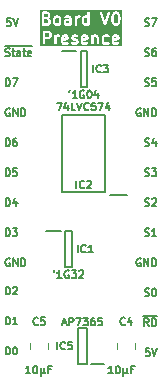
<source format=gto>
%TF.GenerationSoftware,KiCad,Pcbnew,9.0.7*%
%TF.CreationDate,2026-01-29T14:57:27+02:00*%
%TF.ProjectId,HCP65 Board Presence,48435036-3520-4426-9f61-726420507265,V0*%
%TF.SameCoordinates,Original*%
%TF.FileFunction,Legend,Top*%
%TF.FilePolarity,Positive*%
%FSLAX46Y46*%
G04 Gerber Fmt 4.6, Leading zero omitted, Abs format (unit mm)*
G04 Created by KiCad (PCBNEW 9.0.7) date 2026-01-29 14:57:27*
%MOMM*%
%LPD*%
G01*
G04 APERTURE LIST*
%ADD10C,0.150000*%
%ADD11C,0.200000*%
%ADD12C,0.120000*%
G04 APERTURE END LIST*
D10*
X13369363Y-25685963D02*
X13157696Y-25383582D01*
X13006506Y-25685963D02*
X13006506Y-25050963D01*
X13006506Y-25050963D02*
X13248411Y-25050963D01*
X13248411Y-25050963D02*
X13308887Y-25081201D01*
X13308887Y-25081201D02*
X13339125Y-25111439D01*
X13339125Y-25111439D02*
X13369363Y-25171915D01*
X13369363Y-25171915D02*
X13369363Y-25262629D01*
X13369363Y-25262629D02*
X13339125Y-25323105D01*
X13339125Y-25323105D02*
X13308887Y-25353344D01*
X13308887Y-25353344D02*
X13248411Y-25383582D01*
X13248411Y-25383582D02*
X13006506Y-25383582D01*
X13641506Y-25685963D02*
X13641506Y-25050963D01*
X13641506Y-25050963D02*
X13792696Y-25050963D01*
X13792696Y-25050963D02*
X13883411Y-25081201D01*
X13883411Y-25081201D02*
X13943887Y-25141677D01*
X13943887Y-25141677D02*
X13974125Y-25202153D01*
X13974125Y-25202153D02*
X14004363Y-25323105D01*
X14004363Y-25323105D02*
X14004363Y-25413820D01*
X14004363Y-25413820D02*
X13974125Y-25534772D01*
X13974125Y-25534772D02*
X13943887Y-25595248D01*
X13943887Y-25595248D02*
X13883411Y-25655725D01*
X13883411Y-25655725D02*
X13792696Y-25685963D01*
X13792696Y-25685963D02*
X13641506Y-25685963D01*
X12918816Y-24874675D02*
X14061816Y-24874675D01*
X13036744Y-18035725D02*
X13127458Y-18065963D01*
X13127458Y-18065963D02*
X13278649Y-18065963D01*
X13278649Y-18065963D02*
X13339125Y-18035725D01*
X13339125Y-18035725D02*
X13369363Y-18005486D01*
X13369363Y-18005486D02*
X13399601Y-17945010D01*
X13399601Y-17945010D02*
X13399601Y-17884534D01*
X13399601Y-17884534D02*
X13369363Y-17824058D01*
X13369363Y-17824058D02*
X13339125Y-17793820D01*
X13339125Y-17793820D02*
X13278649Y-17763582D01*
X13278649Y-17763582D02*
X13157696Y-17733344D01*
X13157696Y-17733344D02*
X13097220Y-17703105D01*
X13097220Y-17703105D02*
X13066982Y-17672867D01*
X13066982Y-17672867D02*
X13036744Y-17612391D01*
X13036744Y-17612391D02*
X13036744Y-17551915D01*
X13036744Y-17551915D02*
X13066982Y-17491439D01*
X13066982Y-17491439D02*
X13097220Y-17461201D01*
X13097220Y-17461201D02*
X13157696Y-17430963D01*
X13157696Y-17430963D02*
X13308887Y-17430963D01*
X13308887Y-17430963D02*
X13399601Y-17461201D01*
X14004363Y-18065963D02*
X13641506Y-18065963D01*
X13822934Y-18065963D02*
X13822934Y-17430963D01*
X13822934Y-17430963D02*
X13762458Y-17521677D01*
X13762458Y-17521677D02*
X13701982Y-17582153D01*
X13701982Y-17582153D02*
X13641506Y-17612391D01*
X13036744Y-5335725D02*
X13127458Y-5365963D01*
X13127458Y-5365963D02*
X13278649Y-5365963D01*
X13278649Y-5365963D02*
X13339125Y-5335725D01*
X13339125Y-5335725D02*
X13369363Y-5305486D01*
X13369363Y-5305486D02*
X13399601Y-5245010D01*
X13399601Y-5245010D02*
X13399601Y-5184534D01*
X13399601Y-5184534D02*
X13369363Y-5124058D01*
X13369363Y-5124058D02*
X13339125Y-5093820D01*
X13339125Y-5093820D02*
X13278649Y-5063582D01*
X13278649Y-5063582D02*
X13157696Y-5033344D01*
X13157696Y-5033344D02*
X13097220Y-5003105D01*
X13097220Y-5003105D02*
X13066982Y-4972867D01*
X13066982Y-4972867D02*
X13036744Y-4912391D01*
X13036744Y-4912391D02*
X13036744Y-4851915D01*
X13036744Y-4851915D02*
X13066982Y-4791439D01*
X13066982Y-4791439D02*
X13097220Y-4761201D01*
X13097220Y-4761201D02*
X13157696Y-4730963D01*
X13157696Y-4730963D02*
X13308887Y-4730963D01*
X13308887Y-4730963D02*
X13399601Y-4761201D01*
X13974125Y-4730963D02*
X13671744Y-4730963D01*
X13671744Y-4730963D02*
X13641506Y-5033344D01*
X13641506Y-5033344D02*
X13671744Y-5003105D01*
X13671744Y-5003105D02*
X13732220Y-4972867D01*
X13732220Y-4972867D02*
X13883411Y-4972867D01*
X13883411Y-4972867D02*
X13943887Y-5003105D01*
X13943887Y-5003105D02*
X13974125Y-5033344D01*
X13974125Y-5033344D02*
X14004363Y-5093820D01*
X14004363Y-5093820D02*
X14004363Y-5245010D01*
X14004363Y-5245010D02*
X13974125Y-5305486D01*
X13974125Y-5305486D02*
X13943887Y-5335725D01*
X13943887Y-5335725D02*
X13883411Y-5365963D01*
X13883411Y-5365963D02*
X13732220Y-5365963D01*
X13732220Y-5365963D02*
X13671744Y-5335725D01*
X13671744Y-5335725D02*
X13641506Y-5305486D01*
X13036744Y-12955725D02*
X13127458Y-12985963D01*
X13127458Y-12985963D02*
X13278649Y-12985963D01*
X13278649Y-12985963D02*
X13339125Y-12955725D01*
X13339125Y-12955725D02*
X13369363Y-12925486D01*
X13369363Y-12925486D02*
X13399601Y-12865010D01*
X13399601Y-12865010D02*
X13399601Y-12804534D01*
X13399601Y-12804534D02*
X13369363Y-12744058D01*
X13369363Y-12744058D02*
X13339125Y-12713820D01*
X13339125Y-12713820D02*
X13278649Y-12683582D01*
X13278649Y-12683582D02*
X13157696Y-12653344D01*
X13157696Y-12653344D02*
X13097220Y-12623105D01*
X13097220Y-12623105D02*
X13066982Y-12592867D01*
X13066982Y-12592867D02*
X13036744Y-12532391D01*
X13036744Y-12532391D02*
X13036744Y-12471915D01*
X13036744Y-12471915D02*
X13066982Y-12411439D01*
X13066982Y-12411439D02*
X13097220Y-12381201D01*
X13097220Y-12381201D02*
X13157696Y-12350963D01*
X13157696Y-12350963D02*
X13308887Y-12350963D01*
X13308887Y-12350963D02*
X13399601Y-12381201D01*
X13611268Y-12350963D02*
X14004363Y-12350963D01*
X14004363Y-12350963D02*
X13792696Y-12592867D01*
X13792696Y-12592867D02*
X13883411Y-12592867D01*
X13883411Y-12592867D02*
X13943887Y-12623105D01*
X13943887Y-12623105D02*
X13974125Y-12653344D01*
X13974125Y-12653344D02*
X14004363Y-12713820D01*
X14004363Y-12713820D02*
X14004363Y-12865010D01*
X14004363Y-12865010D02*
X13974125Y-12925486D01*
X13974125Y-12925486D02*
X13943887Y-12955725D01*
X13943887Y-12955725D02*
X13883411Y-12985963D01*
X13883411Y-12985963D02*
X13701982Y-12985963D01*
X13701982Y-12985963D02*
X13641506Y-12955725D01*
X13641506Y-12955725D02*
X13611268Y-12925486D01*
X1598493Y-7301201D02*
X1538017Y-7270963D01*
X1538017Y-7270963D02*
X1447303Y-7270963D01*
X1447303Y-7270963D02*
X1356588Y-7301201D01*
X1356588Y-7301201D02*
X1296112Y-7361677D01*
X1296112Y-7361677D02*
X1265874Y-7422153D01*
X1265874Y-7422153D02*
X1235636Y-7543105D01*
X1235636Y-7543105D02*
X1235636Y-7633820D01*
X1235636Y-7633820D02*
X1265874Y-7754772D01*
X1265874Y-7754772D02*
X1296112Y-7815248D01*
X1296112Y-7815248D02*
X1356588Y-7875725D01*
X1356588Y-7875725D02*
X1447303Y-7905963D01*
X1447303Y-7905963D02*
X1507779Y-7905963D01*
X1507779Y-7905963D02*
X1598493Y-7875725D01*
X1598493Y-7875725D02*
X1628731Y-7845486D01*
X1628731Y-7845486D02*
X1628731Y-7633820D01*
X1628731Y-7633820D02*
X1507779Y-7633820D01*
X1900874Y-7905963D02*
X1900874Y-7270963D01*
X1900874Y-7270963D02*
X2263731Y-7905963D01*
X2263731Y-7905963D02*
X2263731Y-7270963D01*
X2566112Y-7905963D02*
X2566112Y-7270963D01*
X2566112Y-7270963D02*
X2717302Y-7270963D01*
X2717302Y-7270963D02*
X2808017Y-7301201D01*
X2808017Y-7301201D02*
X2868493Y-7361677D01*
X2868493Y-7361677D02*
X2898731Y-7422153D01*
X2898731Y-7422153D02*
X2928969Y-7543105D01*
X2928969Y-7543105D02*
X2928969Y-7633820D01*
X2928969Y-7633820D02*
X2898731Y-7754772D01*
X2898731Y-7754772D02*
X2868493Y-7815248D01*
X2868493Y-7815248D02*
X2808017Y-7875725D01*
X2808017Y-7875725D02*
X2717302Y-7905963D01*
X2717302Y-7905963D02*
X2566112Y-7905963D01*
X13036744Y-255725D02*
X13127458Y-285963D01*
X13127458Y-285963D02*
X13278649Y-285963D01*
X13278649Y-285963D02*
X13339125Y-255725D01*
X13339125Y-255725D02*
X13369363Y-225486D01*
X13369363Y-225486D02*
X13399601Y-165010D01*
X13399601Y-165010D02*
X13399601Y-104534D01*
X13399601Y-104534D02*
X13369363Y-44058D01*
X13369363Y-44058D02*
X13339125Y-13820D01*
X13339125Y-13820D02*
X13278649Y16417D01*
X13278649Y16417D02*
X13157696Y46655D01*
X13157696Y46655D02*
X13097220Y76894D01*
X13097220Y76894D02*
X13066982Y107132D01*
X13066982Y107132D02*
X13036744Y167608D01*
X13036744Y167608D02*
X13036744Y228084D01*
X13036744Y228084D02*
X13066982Y288560D01*
X13066982Y288560D02*
X13097220Y318798D01*
X13097220Y318798D02*
X13157696Y349036D01*
X13157696Y349036D02*
X13308887Y349036D01*
X13308887Y349036D02*
X13399601Y318798D01*
X13611268Y349036D02*
X14034601Y349036D01*
X14034601Y349036D02*
X13762458Y-285963D01*
X1265874Y-5365963D02*
X1265874Y-4730963D01*
X1265874Y-4730963D02*
X1417064Y-4730963D01*
X1417064Y-4730963D02*
X1507779Y-4761201D01*
X1507779Y-4761201D02*
X1568255Y-4821677D01*
X1568255Y-4821677D02*
X1598493Y-4882153D01*
X1598493Y-4882153D02*
X1628731Y-5003105D01*
X1628731Y-5003105D02*
X1628731Y-5093820D01*
X1628731Y-5093820D02*
X1598493Y-5214772D01*
X1598493Y-5214772D02*
X1568255Y-5275248D01*
X1568255Y-5275248D02*
X1507779Y-5335725D01*
X1507779Y-5335725D02*
X1417064Y-5365963D01*
X1417064Y-5365963D02*
X1265874Y-5365963D01*
X1840398Y-4730963D02*
X2263731Y-4730963D01*
X2263731Y-4730963D02*
X1991588Y-5365963D01*
X1265874Y-15525963D02*
X1265874Y-14890963D01*
X1265874Y-14890963D02*
X1417064Y-14890963D01*
X1417064Y-14890963D02*
X1507779Y-14921201D01*
X1507779Y-14921201D02*
X1568255Y-14981677D01*
X1568255Y-14981677D02*
X1598493Y-15042153D01*
X1598493Y-15042153D02*
X1628731Y-15163105D01*
X1628731Y-15163105D02*
X1628731Y-15253820D01*
X1628731Y-15253820D02*
X1598493Y-15374772D01*
X1598493Y-15374772D02*
X1568255Y-15435248D01*
X1568255Y-15435248D02*
X1507779Y-15495725D01*
X1507779Y-15495725D02*
X1417064Y-15525963D01*
X1417064Y-15525963D02*
X1265874Y-15525963D01*
X2173017Y-15102629D02*
X2173017Y-15525963D01*
X2021826Y-14860725D02*
X1870636Y-15314296D01*
X1870636Y-15314296D02*
X2263731Y-15314296D01*
X1265874Y-23018963D02*
X1265874Y-22383963D01*
X1265874Y-22383963D02*
X1417064Y-22383963D01*
X1417064Y-22383963D02*
X1507779Y-22414201D01*
X1507779Y-22414201D02*
X1568255Y-22474677D01*
X1568255Y-22474677D02*
X1598493Y-22535153D01*
X1598493Y-22535153D02*
X1628731Y-22656105D01*
X1628731Y-22656105D02*
X1628731Y-22746820D01*
X1628731Y-22746820D02*
X1598493Y-22867772D01*
X1598493Y-22867772D02*
X1568255Y-22928248D01*
X1568255Y-22928248D02*
X1507779Y-22988725D01*
X1507779Y-22988725D02*
X1417064Y-23018963D01*
X1417064Y-23018963D02*
X1265874Y-23018963D01*
X1870636Y-22444439D02*
X1900874Y-22414201D01*
X1900874Y-22414201D02*
X1961350Y-22383963D01*
X1961350Y-22383963D02*
X2112541Y-22383963D01*
X2112541Y-22383963D02*
X2173017Y-22414201D01*
X2173017Y-22414201D02*
X2203255Y-22444439D01*
X2203255Y-22444439D02*
X2233493Y-22504915D01*
X2233493Y-22504915D02*
X2233493Y-22565391D01*
X2233493Y-22565391D02*
X2203255Y-22656105D01*
X2203255Y-22656105D02*
X1840398Y-23018963D01*
X1840398Y-23018963D02*
X2233493Y-23018963D01*
X13036744Y-15495725D02*
X13127458Y-15525963D01*
X13127458Y-15525963D02*
X13278649Y-15525963D01*
X13278649Y-15525963D02*
X13339125Y-15495725D01*
X13339125Y-15495725D02*
X13369363Y-15465486D01*
X13369363Y-15465486D02*
X13399601Y-15405010D01*
X13399601Y-15405010D02*
X13399601Y-15344534D01*
X13399601Y-15344534D02*
X13369363Y-15284058D01*
X13369363Y-15284058D02*
X13339125Y-15253820D01*
X13339125Y-15253820D02*
X13278649Y-15223582D01*
X13278649Y-15223582D02*
X13157696Y-15193344D01*
X13157696Y-15193344D02*
X13097220Y-15163105D01*
X13097220Y-15163105D02*
X13066982Y-15132867D01*
X13066982Y-15132867D02*
X13036744Y-15072391D01*
X13036744Y-15072391D02*
X13036744Y-15011915D01*
X13036744Y-15011915D02*
X13066982Y-14951439D01*
X13066982Y-14951439D02*
X13097220Y-14921201D01*
X13097220Y-14921201D02*
X13157696Y-14890963D01*
X13157696Y-14890963D02*
X13308887Y-14890963D01*
X13308887Y-14890963D02*
X13399601Y-14921201D01*
X13641506Y-14951439D02*
X13671744Y-14921201D01*
X13671744Y-14921201D02*
X13732220Y-14890963D01*
X13732220Y-14890963D02*
X13883411Y-14890963D01*
X13883411Y-14890963D02*
X13943887Y-14921201D01*
X13943887Y-14921201D02*
X13974125Y-14951439D01*
X13974125Y-14951439D02*
X14004363Y-15011915D01*
X14004363Y-15011915D02*
X14004363Y-15072391D01*
X14004363Y-15072391D02*
X13974125Y-15163105D01*
X13974125Y-15163105D02*
X13611268Y-15525963D01*
X13611268Y-15525963D02*
X14004363Y-15525963D01*
D11*
G36*
X6402606Y-1227707D02*
G01*
X6420056Y-1262607D01*
X6148571Y-1316904D01*
X6148571Y-1272016D01*
X6170726Y-1227706D01*
X6215035Y-1205552D01*
X6358297Y-1205552D01*
X6402606Y-1227707D01*
G37*
G36*
X8069273Y-1227707D02*
G01*
X8086723Y-1262607D01*
X7815238Y-1316904D01*
X7815238Y-1272016D01*
X7837393Y-1227706D01*
X7881702Y-1205552D01*
X8024964Y-1205552D01*
X8069273Y-1227707D01*
G37*
G36*
X10688321Y-1227707D02*
G01*
X10705771Y-1262607D01*
X10434286Y-1316904D01*
X10434286Y-1272016D01*
X10456441Y-1227706D01*
X10500750Y-1205552D01*
X10644012Y-1205552D01*
X10688321Y-1227707D01*
G37*
G36*
X4894096Y-902024D02*
G01*
X4918765Y-926692D01*
X4948570Y-986302D01*
X4948570Y-1081945D01*
X4918765Y-1141554D01*
X4894096Y-1166222D01*
X4834487Y-1196028D01*
X4577142Y-1196028D01*
X4577142Y-872219D01*
X4834487Y-872219D01*
X4894096Y-902024D01*
G37*
G36*
X4827885Y226512D02*
G01*
X4847337Y207060D01*
X4877142Y147451D01*
X4877142Y51808D01*
X4847336Y-7800D01*
X4822668Y-32469D01*
X4763059Y-62275D01*
X4505714Y-62275D01*
X4505714Y261534D01*
X4722820Y261534D01*
X4827885Y226512D01*
G37*
G36*
X4775049Y707918D02*
G01*
X4799718Y683250D01*
X4829523Y623641D01*
X4829523Y575617D01*
X4799718Y516007D01*
X4775049Y491339D01*
X4715440Y461534D01*
X4505714Y461534D01*
X4505714Y737724D01*
X4715440Y737724D01*
X4775049Y707918D01*
G37*
G36*
X5727430Y374585D02*
G01*
X5752099Y349917D01*
X5781904Y290308D01*
X5781904Y51808D01*
X5752098Y-7800D01*
X5727430Y-32469D01*
X5667821Y-62275D01*
X5572178Y-62275D01*
X5512568Y-32470D01*
X5487899Y-7800D01*
X5458095Y51808D01*
X5458095Y290307D01*
X5487900Y349917D01*
X5512568Y374586D01*
X5572178Y404391D01*
X5667821Y404391D01*
X5727430Y374585D01*
G37*
G36*
X6639047Y-52852D02*
G01*
X6620202Y-62275D01*
X6429321Y-62275D01*
X6385011Y-40120D01*
X6362857Y4189D01*
X6362857Y52212D01*
X6385012Y96522D01*
X6429321Y118677D01*
X6639047Y118677D01*
X6639047Y-52852D01*
G37*
G36*
X8162857Y394968D02*
G01*
X8162857Y-52852D01*
X8144012Y-62275D01*
X8000750Y-62275D01*
X7941140Y-32470D01*
X7916471Y-7800D01*
X7886667Y51808D01*
X7886667Y290307D01*
X7916472Y349917D01*
X7941140Y374586D01*
X8000750Y404391D01*
X8144012Y404391D01*
X8162857Y394968D01*
G37*
G36*
X10679812Y707918D02*
G01*
X10704481Y683250D01*
X10739934Y612343D01*
X10781905Y444462D01*
X10781905Y230986D01*
X10739934Y63105D01*
X10704480Y-7800D01*
X10679812Y-32469D01*
X10620203Y-62275D01*
X10572179Y-62275D01*
X10512569Y-32470D01*
X10487900Y-7800D01*
X10452447Y63106D01*
X10410477Y230987D01*
X10410477Y444462D01*
X10452447Y612343D01*
X10487901Y683250D01*
X10512569Y707919D01*
X10572179Y737724D01*
X10620203Y737724D01*
X10679812Y707918D01*
G37*
G36*
X11093016Y-1983330D02*
G01*
X4194603Y-1983330D01*
X4194603Y-772219D01*
X4377142Y-772219D01*
X4377142Y-1772219D01*
X4379063Y-1791728D01*
X4393995Y-1827776D01*
X4421585Y-1855366D01*
X4457633Y-1870298D01*
X4496651Y-1870298D01*
X4532699Y-1855366D01*
X4560289Y-1827776D01*
X4575221Y-1791728D01*
X4577142Y-1772219D01*
X4577142Y-1396028D01*
X4858094Y-1396028D01*
X4877603Y-1394107D01*
X4880923Y-1392731D01*
X4884507Y-1392477D01*
X4902815Y-1385471D01*
X4998053Y-1337852D01*
X5006449Y-1332566D01*
X5008889Y-1331556D01*
X5011635Y-1329302D01*
X5014643Y-1327409D01*
X5016372Y-1325414D01*
X5024043Y-1319120D01*
X5071661Y-1271501D01*
X5077953Y-1263834D01*
X5079951Y-1262102D01*
X5081844Y-1259093D01*
X5084098Y-1256348D01*
X5085108Y-1253907D01*
X5090394Y-1245511D01*
X5138013Y-1150274D01*
X5145019Y-1131965D01*
X5145273Y-1128381D01*
X5146649Y-1125061D01*
X5148570Y-1105552D01*
X5377142Y-1105552D01*
X5377142Y-1772219D01*
X5379063Y-1791728D01*
X5393995Y-1827776D01*
X5421585Y-1855366D01*
X5457633Y-1870298D01*
X5496651Y-1870298D01*
X5532699Y-1855366D01*
X5560289Y-1827776D01*
X5575221Y-1791728D01*
X5577142Y-1772219D01*
X5577142Y-1319635D01*
X5606947Y-1260025D01*
X5618563Y-1248409D01*
X5948571Y-1248409D01*
X5948571Y-1629361D01*
X5950492Y-1648870D01*
X5951867Y-1652190D01*
X5952122Y-1655773D01*
X5959128Y-1674082D01*
X6006747Y-1769321D01*
X6008800Y-1772584D01*
X6009314Y-1774123D01*
X6010976Y-1776039D01*
X6017190Y-1785911D01*
X6026661Y-1794125D01*
X6034878Y-1803600D01*
X6044748Y-1809812D01*
X6046666Y-1811476D01*
X6048206Y-1811989D01*
X6051469Y-1814043D01*
X6146706Y-1861662D01*
X6165015Y-1868668D01*
X6168598Y-1868922D01*
X6171919Y-1870298D01*
X6191428Y-1872219D01*
X6381904Y-1872219D01*
X6401413Y-1870298D01*
X6404733Y-1868922D01*
X6408317Y-1868668D01*
X6426625Y-1861662D01*
X6521863Y-1814043D01*
X6538453Y-1803600D01*
X6564018Y-1774123D01*
X6576356Y-1737107D01*
X6573591Y-1698187D01*
X6556142Y-1663289D01*
X6526665Y-1637724D01*
X6489649Y-1625385D01*
X6450729Y-1628151D01*
X6432420Y-1635157D01*
X6358297Y-1672219D01*
X6215035Y-1672219D01*
X6170725Y-1650064D01*
X6148571Y-1605754D01*
X6148571Y-1520865D01*
X6544267Y-1441726D01*
X6544270Y-1441726D01*
X6544272Y-1441724D01*
X6544372Y-1441705D01*
X6563126Y-1435995D01*
X6571266Y-1430543D01*
X6580318Y-1426794D01*
X6587319Y-1419792D01*
X6595545Y-1414284D01*
X6600979Y-1406132D01*
X6607908Y-1399204D01*
X6611698Y-1390055D01*
X6617189Y-1381819D01*
X6619090Y-1372208D01*
X6622840Y-1363156D01*
X6624761Y-1343647D01*
X6624761Y-1248409D01*
X6805714Y-1248409D01*
X6805714Y-1296028D01*
X6807635Y-1315537D01*
X6809010Y-1318857D01*
X6809265Y-1322441D01*
X6816271Y-1340749D01*
X6863890Y-1435987D01*
X6865943Y-1439250D01*
X6866457Y-1440789D01*
X6868119Y-1442705D01*
X6874333Y-1452577D01*
X6883803Y-1460790D01*
X6892021Y-1470266D01*
X6901894Y-1476480D01*
X6903810Y-1478142D01*
X6905348Y-1478654D01*
X6908612Y-1480709D01*
X7003849Y-1528328D01*
X7022158Y-1535334D01*
X7025741Y-1535588D01*
X7029062Y-1536964D01*
X7048571Y-1538885D01*
X7167821Y-1538885D01*
X7212130Y-1561040D01*
X7234285Y-1605349D01*
X7234285Y-1605754D01*
X7212130Y-1650063D01*
X7167821Y-1672219D01*
X7024559Y-1672219D01*
X6950435Y-1635157D01*
X6932127Y-1628151D01*
X6893207Y-1625385D01*
X6856191Y-1637724D01*
X6826714Y-1663288D01*
X6809265Y-1698187D01*
X6806499Y-1737107D01*
X6818838Y-1774123D01*
X6844402Y-1803600D01*
X6860993Y-1814043D01*
X6956230Y-1861662D01*
X6974539Y-1868668D01*
X6978122Y-1868922D01*
X6981443Y-1870298D01*
X7000952Y-1872219D01*
X7191428Y-1872219D01*
X7210937Y-1870298D01*
X7214257Y-1868922D01*
X7217841Y-1868668D01*
X7236149Y-1861662D01*
X7331387Y-1814043D01*
X7334649Y-1811989D01*
X7336189Y-1811476D01*
X7338105Y-1809813D01*
X7347977Y-1803600D01*
X7356192Y-1794126D01*
X7365666Y-1785911D01*
X7371879Y-1776039D01*
X7373542Y-1774123D01*
X7374054Y-1772584D01*
X7376109Y-1769321D01*
X7423728Y-1674082D01*
X7430734Y-1655774D01*
X7430988Y-1652190D01*
X7432364Y-1648870D01*
X7434285Y-1629361D01*
X7434285Y-1581742D01*
X7432364Y-1562233D01*
X7430988Y-1558912D01*
X7430734Y-1555329D01*
X7423728Y-1537020D01*
X7376109Y-1441783D01*
X7374054Y-1438519D01*
X7373542Y-1436981D01*
X7371880Y-1435065D01*
X7365666Y-1425192D01*
X7356190Y-1416974D01*
X7347977Y-1407504D01*
X7338105Y-1401290D01*
X7336189Y-1399628D01*
X7334650Y-1399114D01*
X7331387Y-1397061D01*
X7236149Y-1349442D01*
X7217841Y-1342436D01*
X7214257Y-1342181D01*
X7210937Y-1340806D01*
X7191428Y-1338885D01*
X7072178Y-1338885D01*
X7027869Y-1316730D01*
X7005714Y-1272420D01*
X7005714Y-1272016D01*
X7027869Y-1227706D01*
X7072178Y-1205552D01*
X7167821Y-1205552D01*
X7241944Y-1242614D01*
X7260253Y-1249620D01*
X7299173Y-1252386D01*
X7311104Y-1248409D01*
X7615238Y-1248409D01*
X7615238Y-1629361D01*
X7617159Y-1648870D01*
X7618534Y-1652190D01*
X7618789Y-1655773D01*
X7625795Y-1674082D01*
X7673414Y-1769321D01*
X7675467Y-1772584D01*
X7675981Y-1774123D01*
X7677643Y-1776039D01*
X7683857Y-1785911D01*
X7693328Y-1794125D01*
X7701545Y-1803600D01*
X7711415Y-1809812D01*
X7713333Y-1811476D01*
X7714873Y-1811989D01*
X7718136Y-1814043D01*
X7813373Y-1861662D01*
X7831682Y-1868668D01*
X7835265Y-1868922D01*
X7838586Y-1870298D01*
X7858095Y-1872219D01*
X8048571Y-1872219D01*
X8068080Y-1870298D01*
X8071400Y-1868922D01*
X8074984Y-1868668D01*
X8093292Y-1861662D01*
X8188530Y-1814043D01*
X8205120Y-1803600D01*
X8230685Y-1774123D01*
X8243023Y-1737107D01*
X8240258Y-1698187D01*
X8222809Y-1663289D01*
X8193332Y-1637724D01*
X8156316Y-1625385D01*
X8117396Y-1628151D01*
X8099087Y-1635157D01*
X8024964Y-1672219D01*
X7881702Y-1672219D01*
X7837392Y-1650064D01*
X7815238Y-1605754D01*
X7815238Y-1520865D01*
X8210934Y-1441726D01*
X8210937Y-1441726D01*
X8210939Y-1441724D01*
X8211039Y-1441705D01*
X8229793Y-1435995D01*
X8237933Y-1430543D01*
X8246985Y-1426794D01*
X8253986Y-1419792D01*
X8262212Y-1414284D01*
X8267646Y-1406132D01*
X8274575Y-1399204D01*
X8278365Y-1390055D01*
X8283856Y-1381819D01*
X8285757Y-1372208D01*
X8289507Y-1363156D01*
X8291428Y-1343647D01*
X8291428Y-1248409D01*
X8289507Y-1228900D01*
X8288131Y-1225579D01*
X8287877Y-1221996D01*
X8280871Y-1203687D01*
X8233252Y-1108450D01*
X8231427Y-1105552D01*
X8520000Y-1105552D01*
X8520000Y-1772219D01*
X8521921Y-1791728D01*
X8536853Y-1827776D01*
X8564443Y-1855366D01*
X8600491Y-1870298D01*
X8639509Y-1870298D01*
X8675557Y-1855366D01*
X8703147Y-1827776D01*
X8718079Y-1791728D01*
X8720000Y-1772219D01*
X8720000Y-1242211D01*
X8726854Y-1235356D01*
X8786464Y-1205552D01*
X8882107Y-1205552D01*
X8926416Y-1227707D01*
X8948571Y-1272016D01*
X8948571Y-1772219D01*
X8950492Y-1791728D01*
X8965424Y-1827776D01*
X8993014Y-1855366D01*
X9029062Y-1870298D01*
X9068080Y-1870298D01*
X9104128Y-1855366D01*
X9131718Y-1827776D01*
X9146650Y-1791728D01*
X9148571Y-1772219D01*
X9148571Y-1296028D01*
X9377143Y-1296028D01*
X9377143Y-1581742D01*
X9379064Y-1601251D01*
X9380439Y-1604571D01*
X9380694Y-1608155D01*
X9387700Y-1626463D01*
X9435319Y-1721701D01*
X9440602Y-1730093D01*
X9441614Y-1732537D01*
X9443870Y-1735286D01*
X9445762Y-1738291D01*
X9447756Y-1740020D01*
X9454051Y-1747690D01*
X9501669Y-1795310D01*
X9509337Y-1801603D01*
X9511069Y-1803600D01*
X9514077Y-1805493D01*
X9516823Y-1807747D01*
X9519263Y-1808757D01*
X9527660Y-1814043D01*
X9622897Y-1861662D01*
X9641206Y-1868668D01*
X9644789Y-1868922D01*
X9648110Y-1870298D01*
X9667619Y-1872219D01*
X9858095Y-1872219D01*
X9877604Y-1870298D01*
X9880924Y-1868922D01*
X9884508Y-1868668D01*
X9902816Y-1861662D01*
X9998054Y-1814043D01*
X10014644Y-1803600D01*
X10040209Y-1774123D01*
X10052547Y-1737107D01*
X10049782Y-1698187D01*
X10032333Y-1663289D01*
X10002856Y-1637724D01*
X9965840Y-1625385D01*
X9926920Y-1628151D01*
X9908611Y-1635157D01*
X9834488Y-1672219D01*
X9691226Y-1672219D01*
X9631616Y-1642414D01*
X9606949Y-1617746D01*
X9577143Y-1558134D01*
X9577143Y-1319635D01*
X9606948Y-1260025D01*
X9631616Y-1235356D01*
X9691226Y-1205552D01*
X9834488Y-1205552D01*
X9908611Y-1242614D01*
X9926920Y-1249620D01*
X9965840Y-1252386D01*
X9977771Y-1248409D01*
X10234286Y-1248409D01*
X10234286Y-1629361D01*
X10236207Y-1648870D01*
X10237582Y-1652190D01*
X10237837Y-1655773D01*
X10244843Y-1674082D01*
X10292462Y-1769321D01*
X10294515Y-1772584D01*
X10295029Y-1774123D01*
X10296691Y-1776039D01*
X10302905Y-1785911D01*
X10312376Y-1794125D01*
X10320593Y-1803600D01*
X10330463Y-1809812D01*
X10332381Y-1811476D01*
X10333921Y-1811989D01*
X10337184Y-1814043D01*
X10432421Y-1861662D01*
X10450730Y-1868668D01*
X10454313Y-1868922D01*
X10457634Y-1870298D01*
X10477143Y-1872219D01*
X10667619Y-1872219D01*
X10687128Y-1870298D01*
X10690448Y-1868922D01*
X10694032Y-1868668D01*
X10712340Y-1861662D01*
X10807578Y-1814043D01*
X10824168Y-1803600D01*
X10849733Y-1774123D01*
X10862071Y-1737107D01*
X10859306Y-1698187D01*
X10841857Y-1663289D01*
X10812380Y-1637724D01*
X10775364Y-1625385D01*
X10736444Y-1628151D01*
X10718135Y-1635157D01*
X10644012Y-1672219D01*
X10500750Y-1672219D01*
X10456440Y-1650064D01*
X10434286Y-1605754D01*
X10434286Y-1520865D01*
X10829982Y-1441726D01*
X10829985Y-1441726D01*
X10829987Y-1441724D01*
X10830087Y-1441705D01*
X10848841Y-1435995D01*
X10856981Y-1430543D01*
X10866033Y-1426794D01*
X10873034Y-1419792D01*
X10881260Y-1414284D01*
X10886694Y-1406132D01*
X10893623Y-1399204D01*
X10897413Y-1390055D01*
X10902904Y-1381819D01*
X10904805Y-1372208D01*
X10908555Y-1363156D01*
X10910476Y-1343647D01*
X10910476Y-1248409D01*
X10908555Y-1228900D01*
X10907179Y-1225579D01*
X10906925Y-1221996D01*
X10899919Y-1203687D01*
X10852300Y-1108450D01*
X10850245Y-1105186D01*
X10849733Y-1103648D01*
X10848071Y-1101732D01*
X10841857Y-1091859D01*
X10832381Y-1083641D01*
X10824168Y-1074171D01*
X10814296Y-1067957D01*
X10812380Y-1066295D01*
X10810841Y-1065781D01*
X10807578Y-1063728D01*
X10712340Y-1016109D01*
X10694032Y-1009103D01*
X10690448Y-1008848D01*
X10687128Y-1007473D01*
X10667619Y-1005552D01*
X10477143Y-1005552D01*
X10457634Y-1007473D01*
X10454313Y-1008848D01*
X10450730Y-1009103D01*
X10432421Y-1016109D01*
X10337184Y-1063728D01*
X10333920Y-1065782D01*
X10332382Y-1066295D01*
X10330466Y-1067956D01*
X10320593Y-1074171D01*
X10312375Y-1083646D01*
X10302905Y-1091860D01*
X10296691Y-1101731D01*
X10295029Y-1103648D01*
X10294515Y-1105186D01*
X10292462Y-1108450D01*
X10244843Y-1203688D01*
X10237837Y-1221996D01*
X10237582Y-1225579D01*
X10236207Y-1228900D01*
X10234286Y-1248409D01*
X9977771Y-1248409D01*
X10002856Y-1240047D01*
X10032333Y-1214482D01*
X10049782Y-1179584D01*
X10052547Y-1140664D01*
X10040209Y-1103648D01*
X10014644Y-1074171D01*
X9998054Y-1063728D01*
X9902816Y-1016109D01*
X9884508Y-1009103D01*
X9880924Y-1008848D01*
X9877604Y-1007473D01*
X9858095Y-1005552D01*
X9667619Y-1005552D01*
X9648110Y-1007473D01*
X9644789Y-1008848D01*
X9641206Y-1009103D01*
X9622897Y-1016109D01*
X9527660Y-1063728D01*
X9519263Y-1069013D01*
X9516823Y-1070024D01*
X9514077Y-1072277D01*
X9511069Y-1074171D01*
X9509336Y-1076168D01*
X9501670Y-1082461D01*
X9454051Y-1130079D01*
X9447756Y-1137749D01*
X9445762Y-1139479D01*
X9443868Y-1142486D01*
X9441615Y-1145233D01*
X9440604Y-1147672D01*
X9435319Y-1156069D01*
X9387700Y-1251307D01*
X9380694Y-1269615D01*
X9380439Y-1273198D01*
X9379064Y-1276519D01*
X9377143Y-1296028D01*
X9148571Y-1296028D01*
X9148571Y-1248409D01*
X9146650Y-1228900D01*
X9145274Y-1225579D01*
X9145020Y-1221996D01*
X9138014Y-1203687D01*
X9090395Y-1108450D01*
X9088340Y-1105186D01*
X9087828Y-1103648D01*
X9086166Y-1101732D01*
X9079952Y-1091859D01*
X9070476Y-1083641D01*
X9062263Y-1074171D01*
X9052391Y-1067957D01*
X9050475Y-1066295D01*
X9048936Y-1065781D01*
X9045673Y-1063728D01*
X8950435Y-1016109D01*
X8932127Y-1009103D01*
X8928543Y-1008848D01*
X8925223Y-1007473D01*
X8905714Y-1005552D01*
X8762857Y-1005552D01*
X8743348Y-1007473D01*
X8740027Y-1008848D01*
X8736444Y-1009103D01*
X8718135Y-1016109D01*
X8685552Y-1032400D01*
X8675557Y-1022405D01*
X8639509Y-1007473D01*
X8600491Y-1007473D01*
X8564443Y-1022405D01*
X8536853Y-1049995D01*
X8521921Y-1086043D01*
X8520000Y-1105552D01*
X8231427Y-1105552D01*
X8231197Y-1105186D01*
X8230685Y-1103648D01*
X8229023Y-1101732D01*
X8222809Y-1091859D01*
X8213333Y-1083641D01*
X8205120Y-1074171D01*
X8195248Y-1067957D01*
X8193332Y-1066295D01*
X8191793Y-1065781D01*
X8188530Y-1063728D01*
X8093292Y-1016109D01*
X8074984Y-1009103D01*
X8071400Y-1008848D01*
X8068080Y-1007473D01*
X8048571Y-1005552D01*
X7858095Y-1005552D01*
X7838586Y-1007473D01*
X7835265Y-1008848D01*
X7831682Y-1009103D01*
X7813373Y-1016109D01*
X7718136Y-1063728D01*
X7714872Y-1065782D01*
X7713334Y-1066295D01*
X7711418Y-1067956D01*
X7701545Y-1074171D01*
X7693327Y-1083646D01*
X7683857Y-1091860D01*
X7677643Y-1101731D01*
X7675981Y-1103648D01*
X7675467Y-1105186D01*
X7673414Y-1108450D01*
X7625795Y-1203688D01*
X7618789Y-1221996D01*
X7618534Y-1225579D01*
X7617159Y-1228900D01*
X7615238Y-1248409D01*
X7311104Y-1248409D01*
X7336189Y-1240047D01*
X7365666Y-1214482D01*
X7383115Y-1179584D01*
X7385880Y-1140664D01*
X7373542Y-1103648D01*
X7347977Y-1074171D01*
X7331387Y-1063728D01*
X7236149Y-1016109D01*
X7217841Y-1009103D01*
X7214257Y-1008848D01*
X7210937Y-1007473D01*
X7191428Y-1005552D01*
X7048571Y-1005552D01*
X7029062Y-1007473D01*
X7025741Y-1008848D01*
X7022158Y-1009103D01*
X7003849Y-1016109D01*
X6908612Y-1063728D01*
X6905348Y-1065782D01*
X6903810Y-1066295D01*
X6901894Y-1067956D01*
X6892021Y-1074171D01*
X6883803Y-1083646D01*
X6874333Y-1091860D01*
X6868119Y-1101731D01*
X6866457Y-1103648D01*
X6865943Y-1105186D01*
X6863890Y-1108450D01*
X6816271Y-1203688D01*
X6809265Y-1221996D01*
X6809010Y-1225579D01*
X6807635Y-1228900D01*
X6805714Y-1248409D01*
X6624761Y-1248409D01*
X6622840Y-1228900D01*
X6621464Y-1225579D01*
X6621210Y-1221996D01*
X6614204Y-1203687D01*
X6566585Y-1108450D01*
X6564530Y-1105186D01*
X6564018Y-1103648D01*
X6562356Y-1101732D01*
X6556142Y-1091859D01*
X6546666Y-1083641D01*
X6538453Y-1074171D01*
X6528581Y-1067957D01*
X6526665Y-1066295D01*
X6525126Y-1065781D01*
X6521863Y-1063728D01*
X6426625Y-1016109D01*
X6408317Y-1009103D01*
X6404733Y-1008848D01*
X6401413Y-1007473D01*
X6381904Y-1005552D01*
X6191428Y-1005552D01*
X6171919Y-1007473D01*
X6168598Y-1008848D01*
X6165015Y-1009103D01*
X6146706Y-1016109D01*
X6051469Y-1063728D01*
X6048205Y-1065782D01*
X6046667Y-1066295D01*
X6044751Y-1067956D01*
X6034878Y-1074171D01*
X6026660Y-1083646D01*
X6017190Y-1091860D01*
X6010976Y-1101731D01*
X6009314Y-1103648D01*
X6008800Y-1105186D01*
X6006747Y-1108450D01*
X5959128Y-1203688D01*
X5952122Y-1221996D01*
X5951867Y-1225579D01*
X5950492Y-1228900D01*
X5948571Y-1248409D01*
X5618563Y-1248409D01*
X5631615Y-1235356D01*
X5691225Y-1205552D01*
X5762856Y-1205552D01*
X5782365Y-1203631D01*
X5818413Y-1188699D01*
X5846003Y-1161109D01*
X5860935Y-1125061D01*
X5860935Y-1086043D01*
X5846003Y-1049995D01*
X5818413Y-1022405D01*
X5782365Y-1007473D01*
X5762856Y-1005552D01*
X5667618Y-1005552D01*
X5648109Y-1007473D01*
X5644788Y-1008848D01*
X5641205Y-1009103D01*
X5622896Y-1016109D01*
X5558567Y-1048273D01*
X5532699Y-1022405D01*
X5496651Y-1007473D01*
X5457633Y-1007473D01*
X5421585Y-1022405D01*
X5393995Y-1049995D01*
X5379063Y-1086043D01*
X5377142Y-1105552D01*
X5148570Y-1105552D01*
X5148570Y-962695D01*
X5146649Y-943186D01*
X5145273Y-939865D01*
X5145019Y-936282D01*
X5138013Y-917973D01*
X5090394Y-822736D01*
X5085108Y-814339D01*
X5084098Y-811899D01*
X5081844Y-809153D01*
X5079951Y-806145D01*
X5077953Y-804412D01*
X5071661Y-796746D01*
X5024043Y-749127D01*
X5016372Y-742832D01*
X5014643Y-740838D01*
X5011635Y-738944D01*
X5008889Y-736691D01*
X5006449Y-735680D01*
X4998053Y-730395D01*
X4902815Y-682776D01*
X4884507Y-675770D01*
X4880923Y-675515D01*
X4877603Y-674140D01*
X4858094Y-672219D01*
X4477142Y-672219D01*
X4457633Y-674140D01*
X4421585Y-689072D01*
X4393995Y-716662D01*
X4379063Y-752710D01*
X4377142Y-772219D01*
X4194603Y-772219D01*
X4194603Y837724D01*
X4305714Y837724D01*
X4305714Y-162275D01*
X4307635Y-181784D01*
X4322567Y-217832D01*
X4350157Y-245422D01*
X4386205Y-260354D01*
X4405714Y-262275D01*
X4786666Y-262275D01*
X4806175Y-260354D01*
X4809495Y-258978D01*
X4813079Y-258724D01*
X4831387Y-251718D01*
X4926625Y-204099D01*
X4935020Y-198814D01*
X4937462Y-197803D01*
X4940209Y-195547D01*
X4943215Y-193656D01*
X4944945Y-191661D01*
X4952615Y-185366D01*
X5000234Y-137746D01*
X5006526Y-130079D01*
X5008523Y-128348D01*
X5010416Y-125339D01*
X5012671Y-122593D01*
X5013681Y-120152D01*
X5018966Y-111758D01*
X5066584Y-16521D01*
X5073591Y1787D01*
X5073845Y5372D01*
X5075221Y8692D01*
X5077142Y28201D01*
X5077142Y171058D01*
X5075221Y190567D01*
X5073845Y193887D01*
X5073591Y197471D01*
X5066585Y215780D01*
X5018966Y311017D01*
X5017141Y313915D01*
X5258095Y313915D01*
X5258095Y28201D01*
X5260016Y8692D01*
X5261391Y5371D01*
X5261646Y1788D01*
X5268652Y-16521D01*
X5316271Y-111757D01*
X5321554Y-120151D01*
X5322566Y-122593D01*
X5324820Y-125340D01*
X5326714Y-128348D01*
X5328710Y-130079D01*
X5335003Y-137746D01*
X5382621Y-185366D01*
X5390289Y-191659D01*
X5392021Y-193656D01*
X5395029Y-195549D01*
X5397775Y-197803D01*
X5400215Y-198813D01*
X5408612Y-204099D01*
X5503849Y-251718D01*
X5522158Y-258724D01*
X5525741Y-258978D01*
X5529062Y-260354D01*
X5548571Y-262275D01*
X5691428Y-262275D01*
X5710937Y-260354D01*
X5714257Y-258978D01*
X5717841Y-258724D01*
X5736149Y-251718D01*
X5831387Y-204099D01*
X5839782Y-198814D01*
X5842224Y-197803D01*
X5844971Y-195547D01*
X5847977Y-193656D01*
X5849707Y-191661D01*
X5857377Y-185366D01*
X5904996Y-137746D01*
X5911288Y-130079D01*
X5913285Y-128348D01*
X5915178Y-125339D01*
X5917433Y-122593D01*
X5918443Y-120152D01*
X5923728Y-111758D01*
X5971346Y-16521D01*
X5978353Y1787D01*
X5978607Y5372D01*
X5979983Y8692D01*
X5981904Y28201D01*
X5981904Y75820D01*
X6162857Y75820D01*
X6162857Y-19417D01*
X6164778Y-38926D01*
X6166153Y-42246D01*
X6166408Y-45829D01*
X6173414Y-64138D01*
X6221033Y-159377D01*
X6223086Y-162640D01*
X6223600Y-164179D01*
X6225262Y-166095D01*
X6231476Y-175967D01*
X6240947Y-184181D01*
X6249164Y-193656D01*
X6259034Y-199868D01*
X6260952Y-201532D01*
X6262492Y-202045D01*
X6265755Y-204099D01*
X6360992Y-251718D01*
X6379301Y-258724D01*
X6382884Y-258978D01*
X6386205Y-260354D01*
X6405714Y-262275D01*
X6643809Y-262275D01*
X6663318Y-260354D01*
X6666638Y-258978D01*
X6670222Y-258724D01*
X6688530Y-251718D01*
X6693133Y-249416D01*
X6719538Y-260354D01*
X6758556Y-260354D01*
X6794604Y-245422D01*
X6822194Y-217832D01*
X6837126Y-181784D01*
X6839047Y-162275D01*
X6839047Y361534D01*
X6837126Y381043D01*
X6835750Y384363D01*
X6835496Y387947D01*
X6828490Y406256D01*
X6780871Y501493D01*
X6779046Y504391D01*
X7115238Y504391D01*
X7115238Y-162275D01*
X7117159Y-181784D01*
X7132091Y-217832D01*
X7159681Y-245422D01*
X7195729Y-260354D01*
X7234747Y-260354D01*
X7270795Y-245422D01*
X7298385Y-217832D01*
X7313317Y-181784D01*
X7315238Y-162275D01*
X7315238Y290307D01*
X7327042Y313915D01*
X7686667Y313915D01*
X7686667Y28201D01*
X7688588Y8692D01*
X7689963Y5371D01*
X7690218Y1788D01*
X7697224Y-16521D01*
X7744843Y-111757D01*
X7750126Y-120151D01*
X7751138Y-122593D01*
X7753392Y-125340D01*
X7755286Y-128348D01*
X7757282Y-130079D01*
X7763575Y-137746D01*
X7811193Y-185366D01*
X7818861Y-191659D01*
X7820593Y-193656D01*
X7823601Y-195549D01*
X7826347Y-197803D01*
X7828787Y-198813D01*
X7837184Y-204099D01*
X7932421Y-251718D01*
X7950730Y-258724D01*
X7954313Y-258978D01*
X7957634Y-260354D01*
X7977143Y-262275D01*
X8167619Y-262275D01*
X8187128Y-260354D01*
X8190448Y-258978D01*
X8194032Y-258724D01*
X8212340Y-251718D01*
X8216943Y-249416D01*
X8243348Y-260354D01*
X8282366Y-260354D01*
X8318414Y-245422D01*
X8346004Y-217832D01*
X8360936Y-181784D01*
X8362857Y-162275D01*
X8362857Y825217D01*
X9258881Y825217D01*
X9263228Y806101D01*
X9596561Y-193897D01*
X9604552Y-211798D01*
X9609235Y-217197D01*
X9612430Y-223587D01*
X9621901Y-231802D01*
X9630117Y-241274D01*
X9636505Y-244468D01*
X9641906Y-249152D01*
X9653807Y-253119D01*
X9665016Y-258723D01*
X9672140Y-259229D01*
X9678922Y-261490D01*
X9691431Y-260600D01*
X9703936Y-261490D01*
X9710714Y-259230D01*
X9717842Y-258724D01*
X9729058Y-253115D01*
X9740952Y-249151D01*
X9746349Y-244470D01*
X9752741Y-241274D01*
X9760959Y-231798D01*
X9770428Y-223586D01*
X9773621Y-217199D01*
X9778306Y-211798D01*
X9786297Y-193898D01*
X10003187Y456772D01*
X10210477Y456772D01*
X10210477Y218677D01*
X10210812Y215274D01*
X10210595Y213816D01*
X10211674Y206518D01*
X10212398Y199168D01*
X10212962Y197804D01*
X10213463Y194423D01*
X10261082Y3948D01*
X10261595Y2510D01*
X10261647Y1788D01*
X10264758Y-6342D01*
X10267677Y-14513D01*
X10268106Y-15092D01*
X10268653Y-16521D01*
X10316272Y-111757D01*
X10321555Y-120151D01*
X10322567Y-122593D01*
X10324821Y-125340D01*
X10326715Y-128348D01*
X10328711Y-130079D01*
X10335004Y-137746D01*
X10382622Y-185366D01*
X10390290Y-191659D01*
X10392022Y-193656D01*
X10395030Y-195549D01*
X10397776Y-197803D01*
X10400216Y-198813D01*
X10408613Y-204099D01*
X10503850Y-251718D01*
X10522159Y-258724D01*
X10525742Y-258978D01*
X10529063Y-260354D01*
X10548572Y-262275D01*
X10643810Y-262275D01*
X10663319Y-260354D01*
X10666639Y-258978D01*
X10670223Y-258724D01*
X10688531Y-251718D01*
X10783769Y-204099D01*
X10792164Y-198814D01*
X10794606Y-197803D01*
X10797353Y-195547D01*
X10800359Y-193656D01*
X10802089Y-191661D01*
X10809759Y-185366D01*
X10857378Y-137746D01*
X10863670Y-130079D01*
X10865667Y-128348D01*
X10867560Y-125339D01*
X10869815Y-122593D01*
X10870825Y-120152D01*
X10876110Y-111758D01*
X10923728Y-16521D01*
X10924273Y-15094D01*
X10924705Y-14513D01*
X10927629Y-6327D01*
X10930735Y1787D01*
X10930786Y2509D01*
X10931300Y3947D01*
X10978919Y194423D01*
X10979419Y197804D01*
X10979984Y199168D01*
X10980707Y206518D01*
X10981787Y213816D01*
X10981569Y215274D01*
X10981905Y218677D01*
X10981905Y456772D01*
X10981569Y460174D01*
X10981787Y461633D01*
X10980707Y468930D01*
X10979984Y476281D01*
X10979419Y477644D01*
X10978919Y481026D01*
X10931300Y671502D01*
X10930786Y672940D01*
X10930735Y673661D01*
X10927626Y681785D01*
X10924705Y689962D01*
X10924275Y690541D01*
X10923729Y691970D01*
X10876110Y787207D01*
X10870824Y795603D01*
X10869814Y798044D01*
X10867560Y800789D01*
X10865667Y803798D01*
X10863669Y805530D01*
X10857377Y813197D01*
X10809759Y860816D01*
X10802088Y867110D01*
X10800359Y869105D01*
X10797351Y870998D01*
X10794605Y873252D01*
X10792165Y874262D01*
X10783769Y879548D01*
X10688531Y927167D01*
X10670223Y934173D01*
X10666639Y934427D01*
X10663319Y935803D01*
X10643810Y937724D01*
X10548572Y937724D01*
X10529063Y935803D01*
X10525742Y934427D01*
X10522159Y934173D01*
X10503850Y927167D01*
X10408613Y879548D01*
X10400216Y874262D01*
X10397776Y873252D01*
X10395030Y870998D01*
X10392022Y869105D01*
X10390289Y867107D01*
X10382623Y860815D01*
X10335004Y813197D01*
X10328709Y805526D01*
X10326715Y803797D01*
X10324821Y800789D01*
X10322568Y798043D01*
X10321557Y795603D01*
X10316272Y787207D01*
X10268653Y691969D01*
X10268107Y690542D01*
X10267677Y689962D01*
X10264755Y681785D01*
X10261647Y673661D01*
X10261595Y672938D01*
X10261082Y671501D01*
X10213463Y481026D01*
X10212962Y477644D01*
X10212398Y476281D01*
X10211674Y468930D01*
X10210595Y461633D01*
X10210812Y460174D01*
X10210477Y456772D01*
X10003187Y456772D01*
X10119630Y806101D01*
X10123977Y825216D01*
X10121211Y864136D01*
X10103761Y899035D01*
X10074285Y924600D01*
X10037269Y936939D01*
X9998349Y934172D01*
X9963450Y916723D01*
X9937885Y887247D01*
X9929894Y869346D01*
X9691429Y153951D01*
X9452964Y869347D01*
X9444973Y887247D01*
X9419408Y916723D01*
X9384509Y934173D01*
X9345589Y936939D01*
X9308573Y924601D01*
X9279097Y899036D01*
X9261647Y864137D01*
X9258881Y825217D01*
X8362857Y825217D01*
X8362857Y837724D01*
X8360936Y857233D01*
X8346004Y893281D01*
X8318414Y920871D01*
X8282366Y935803D01*
X8243348Y935803D01*
X8207300Y920871D01*
X8179710Y893281D01*
X8164778Y857233D01*
X8162857Y837724D01*
X8162857Y604391D01*
X7977143Y604391D01*
X7957634Y602470D01*
X7954313Y601094D01*
X7950730Y600840D01*
X7932421Y593834D01*
X7837184Y546215D01*
X7828787Y540929D01*
X7826347Y539919D01*
X7823601Y537665D01*
X7820593Y535772D01*
X7818860Y533774D01*
X7811194Y527482D01*
X7763575Y479864D01*
X7757280Y472193D01*
X7755286Y470464D01*
X7753392Y467456D01*
X7751139Y464710D01*
X7750128Y462270D01*
X7744843Y453874D01*
X7697224Y358636D01*
X7690218Y340328D01*
X7689963Y336744D01*
X7688588Y333424D01*
X7686667Y313915D01*
X7327042Y313915D01*
X7345043Y349917D01*
X7369711Y374586D01*
X7429321Y404391D01*
X7500952Y404391D01*
X7520461Y406312D01*
X7556509Y421244D01*
X7584099Y448834D01*
X7599031Y484882D01*
X7599031Y523900D01*
X7584099Y559948D01*
X7556509Y587538D01*
X7520461Y602470D01*
X7500952Y604391D01*
X7405714Y604391D01*
X7386205Y602470D01*
X7382884Y601094D01*
X7379301Y600840D01*
X7360992Y593834D01*
X7296663Y561669D01*
X7270795Y587538D01*
X7234747Y602470D01*
X7195729Y602470D01*
X7159681Y587538D01*
X7132091Y559948D01*
X7117159Y523900D01*
X7115238Y504391D01*
X6779046Y504391D01*
X6778816Y504756D01*
X6778304Y506295D01*
X6776642Y508210D01*
X6770428Y518084D01*
X6760952Y526301D01*
X6752739Y535772D01*
X6742867Y541985D01*
X6740951Y543648D01*
X6739412Y544161D01*
X6736149Y546215D01*
X6640911Y593834D01*
X6622603Y600840D01*
X6619019Y601094D01*
X6615699Y602470D01*
X6596190Y604391D01*
X6405714Y604391D01*
X6386205Y602470D01*
X6382884Y601094D01*
X6379301Y600840D01*
X6360992Y593834D01*
X6265755Y546215D01*
X6249164Y535772D01*
X6223600Y506295D01*
X6211261Y469279D01*
X6214027Y430359D01*
X6231476Y395460D01*
X6260953Y369896D01*
X6297969Y357557D01*
X6336889Y360323D01*
X6355197Y367329D01*
X6429321Y404391D01*
X6572583Y404391D01*
X6616892Y382235D01*
X6639047Y337927D01*
X6639047Y328099D01*
X6620202Y318677D01*
X6405714Y318677D01*
X6386205Y316756D01*
X6382884Y315380D01*
X6379301Y315126D01*
X6360992Y308120D01*
X6265755Y260501D01*
X6262491Y258446D01*
X6260953Y257934D01*
X6259037Y256272D01*
X6249164Y250058D01*
X6240946Y240582D01*
X6231476Y232369D01*
X6225262Y222497D01*
X6223600Y220581D01*
X6223086Y219042D01*
X6221033Y215779D01*
X6173414Y120541D01*
X6166408Y102233D01*
X6166153Y98649D01*
X6164778Y95329D01*
X6162857Y75820D01*
X5981904Y75820D01*
X5981904Y313915D01*
X5979983Y333424D01*
X5978607Y336744D01*
X5978353Y340328D01*
X5971347Y358637D01*
X5923728Y453874D01*
X5918442Y462270D01*
X5917432Y464711D01*
X5915178Y467456D01*
X5913285Y470465D01*
X5911287Y472197D01*
X5904995Y479864D01*
X5857377Y527483D01*
X5849706Y533777D01*
X5847977Y535772D01*
X5844969Y537665D01*
X5842223Y539919D01*
X5839783Y540929D01*
X5831387Y546215D01*
X5736149Y593834D01*
X5717841Y600840D01*
X5714257Y601094D01*
X5710937Y602470D01*
X5691428Y604391D01*
X5548571Y604391D01*
X5529062Y602470D01*
X5525741Y601094D01*
X5522158Y600840D01*
X5503849Y593834D01*
X5408612Y546215D01*
X5400215Y540929D01*
X5397775Y539919D01*
X5395029Y537665D01*
X5392021Y535772D01*
X5390288Y533774D01*
X5382622Y527482D01*
X5335003Y479864D01*
X5328708Y472193D01*
X5326714Y470464D01*
X5324820Y467456D01*
X5322567Y464710D01*
X5321556Y462270D01*
X5316271Y453874D01*
X5268652Y358636D01*
X5261646Y340328D01*
X5261391Y336744D01*
X5260016Y333424D01*
X5258095Y313915D01*
X5017141Y313915D01*
X5013680Y319413D01*
X5012670Y321854D01*
X5010416Y324599D01*
X5008523Y327608D01*
X5006525Y329340D01*
X5000233Y337007D01*
X4952615Y384626D01*
X4951826Y385273D01*
X4952614Y386061D01*
X4958906Y393727D01*
X4960904Y395460D01*
X4962797Y398468D01*
X4965051Y401214D01*
X4966061Y403654D01*
X4971347Y412051D01*
X5018966Y507288D01*
X5025972Y525597D01*
X5026226Y529180D01*
X5027602Y532501D01*
X5029523Y552010D01*
X5029523Y647248D01*
X5027602Y666757D01*
X5026226Y670077D01*
X5025972Y673661D01*
X5018966Y691970D01*
X4971347Y787207D01*
X4966061Y795603D01*
X4965051Y798044D01*
X4962797Y800789D01*
X4960904Y803798D01*
X4958906Y805530D01*
X4952614Y813197D01*
X4904996Y860816D01*
X4897325Y867110D01*
X4895596Y869105D01*
X4892588Y870998D01*
X4889842Y873252D01*
X4887402Y874262D01*
X4879006Y879548D01*
X4783768Y927167D01*
X4765460Y934173D01*
X4761876Y934427D01*
X4758556Y935803D01*
X4739047Y937724D01*
X4405714Y937724D01*
X4386205Y935803D01*
X4350157Y920871D01*
X4322567Y893281D01*
X4307635Y857233D01*
X4305714Y837724D01*
X4194603Y837724D01*
X4194603Y1048835D01*
X11093016Y1048835D01*
X11093016Y-1983330D01*
G37*
D10*
X13036744Y-10415725D02*
X13127458Y-10445963D01*
X13127458Y-10445963D02*
X13278649Y-10445963D01*
X13278649Y-10445963D02*
X13339125Y-10415725D01*
X13339125Y-10415725D02*
X13369363Y-10385486D01*
X13369363Y-10385486D02*
X13399601Y-10325010D01*
X13399601Y-10325010D02*
X13399601Y-10264534D01*
X13399601Y-10264534D02*
X13369363Y-10204058D01*
X13369363Y-10204058D02*
X13339125Y-10173820D01*
X13339125Y-10173820D02*
X13278649Y-10143582D01*
X13278649Y-10143582D02*
X13157696Y-10113344D01*
X13157696Y-10113344D02*
X13097220Y-10083105D01*
X13097220Y-10083105D02*
X13066982Y-10052867D01*
X13066982Y-10052867D02*
X13036744Y-9992391D01*
X13036744Y-9992391D02*
X13036744Y-9931915D01*
X13036744Y-9931915D02*
X13066982Y-9871439D01*
X13066982Y-9871439D02*
X13097220Y-9841201D01*
X13097220Y-9841201D02*
X13157696Y-9810963D01*
X13157696Y-9810963D02*
X13308887Y-9810963D01*
X13308887Y-9810963D02*
X13399601Y-9841201D01*
X13943887Y-10022629D02*
X13943887Y-10445963D01*
X13792696Y-9780725D02*
X13641506Y-10234296D01*
X13641506Y-10234296D02*
X14034601Y-10234296D01*
X13036744Y-2795725D02*
X13127458Y-2825963D01*
X13127458Y-2825963D02*
X13278649Y-2825963D01*
X13278649Y-2825963D02*
X13339125Y-2795725D01*
X13339125Y-2795725D02*
X13369363Y-2765486D01*
X13369363Y-2765486D02*
X13399601Y-2705010D01*
X13399601Y-2705010D02*
X13399601Y-2644534D01*
X13399601Y-2644534D02*
X13369363Y-2584058D01*
X13369363Y-2584058D02*
X13339125Y-2553820D01*
X13339125Y-2553820D02*
X13278649Y-2523582D01*
X13278649Y-2523582D02*
X13157696Y-2493344D01*
X13157696Y-2493344D02*
X13097220Y-2463105D01*
X13097220Y-2463105D02*
X13066982Y-2432867D01*
X13066982Y-2432867D02*
X13036744Y-2372391D01*
X13036744Y-2372391D02*
X13036744Y-2311915D01*
X13036744Y-2311915D02*
X13066982Y-2251439D01*
X13066982Y-2251439D02*
X13097220Y-2221201D01*
X13097220Y-2221201D02*
X13157696Y-2190963D01*
X13157696Y-2190963D02*
X13308887Y-2190963D01*
X13308887Y-2190963D02*
X13399601Y-2221201D01*
X13943887Y-2190963D02*
X13822934Y-2190963D01*
X13822934Y-2190963D02*
X13762458Y-2221201D01*
X13762458Y-2221201D02*
X13732220Y-2251439D01*
X13732220Y-2251439D02*
X13671744Y-2342153D01*
X13671744Y-2342153D02*
X13641506Y-2463105D01*
X13641506Y-2463105D02*
X13641506Y-2705010D01*
X13641506Y-2705010D02*
X13671744Y-2765486D01*
X13671744Y-2765486D02*
X13701982Y-2795725D01*
X13701982Y-2795725D02*
X13762458Y-2825963D01*
X13762458Y-2825963D02*
X13883411Y-2825963D01*
X13883411Y-2825963D02*
X13943887Y-2795725D01*
X13943887Y-2795725D02*
X13974125Y-2765486D01*
X13974125Y-2765486D02*
X14004363Y-2705010D01*
X14004363Y-2705010D02*
X14004363Y-2553820D01*
X14004363Y-2553820D02*
X13974125Y-2493344D01*
X13974125Y-2493344D02*
X13943887Y-2463105D01*
X13943887Y-2463105D02*
X13883411Y-2432867D01*
X13883411Y-2432867D02*
X13762458Y-2432867D01*
X13762458Y-2432867D02*
X13701982Y-2463105D01*
X13701982Y-2463105D02*
X13671744Y-2493344D01*
X13671744Y-2493344D02*
X13641506Y-2553820D01*
X1695255Y349036D02*
X1392874Y349036D01*
X1392874Y349036D02*
X1362636Y46655D01*
X1362636Y46655D02*
X1392874Y76894D01*
X1392874Y76894D02*
X1453350Y107132D01*
X1453350Y107132D02*
X1604541Y107132D01*
X1604541Y107132D02*
X1665017Y76894D01*
X1665017Y76894D02*
X1695255Y46655D01*
X1695255Y46655D02*
X1725493Y-13820D01*
X1725493Y-13820D02*
X1725493Y-165010D01*
X1725493Y-165010D02*
X1695255Y-225486D01*
X1695255Y-225486D02*
X1665017Y-255725D01*
X1665017Y-255725D02*
X1604541Y-285963D01*
X1604541Y-285963D02*
X1453350Y-285963D01*
X1453350Y-285963D02*
X1392874Y-255725D01*
X1392874Y-255725D02*
X1362636Y-225486D01*
X1906922Y349036D02*
X2118588Y-285963D01*
X2118588Y-285963D02*
X2330255Y349036D01*
X1265874Y-18065963D02*
X1265874Y-17430963D01*
X1265874Y-17430963D02*
X1417064Y-17430963D01*
X1417064Y-17430963D02*
X1507779Y-17461201D01*
X1507779Y-17461201D02*
X1568255Y-17521677D01*
X1568255Y-17521677D02*
X1598493Y-17582153D01*
X1598493Y-17582153D02*
X1628731Y-17703105D01*
X1628731Y-17703105D02*
X1628731Y-17793820D01*
X1628731Y-17793820D02*
X1598493Y-17914772D01*
X1598493Y-17914772D02*
X1568255Y-17975248D01*
X1568255Y-17975248D02*
X1507779Y-18035725D01*
X1507779Y-18035725D02*
X1417064Y-18065963D01*
X1417064Y-18065963D02*
X1265874Y-18065963D01*
X1840398Y-17430963D02*
X2233493Y-17430963D01*
X2233493Y-17430963D02*
X2021826Y-17672867D01*
X2021826Y-17672867D02*
X2112541Y-17672867D01*
X2112541Y-17672867D02*
X2173017Y-17703105D01*
X2173017Y-17703105D02*
X2203255Y-17733344D01*
X2203255Y-17733344D02*
X2233493Y-17793820D01*
X2233493Y-17793820D02*
X2233493Y-17945010D01*
X2233493Y-17945010D02*
X2203255Y-18005486D01*
X2203255Y-18005486D02*
X2173017Y-18035725D01*
X2173017Y-18035725D02*
X2112541Y-18065963D01*
X2112541Y-18065963D02*
X1931112Y-18065963D01*
X1931112Y-18065963D02*
X1870636Y-18035725D01*
X1870636Y-18035725D02*
X1840398Y-18005486D01*
X12673887Y-7301201D02*
X12613411Y-7270963D01*
X12613411Y-7270963D02*
X12522697Y-7270963D01*
X12522697Y-7270963D02*
X12431982Y-7301201D01*
X12431982Y-7301201D02*
X12371506Y-7361677D01*
X12371506Y-7361677D02*
X12341268Y-7422153D01*
X12341268Y-7422153D02*
X12311030Y-7543105D01*
X12311030Y-7543105D02*
X12311030Y-7633820D01*
X12311030Y-7633820D02*
X12341268Y-7754772D01*
X12341268Y-7754772D02*
X12371506Y-7815248D01*
X12371506Y-7815248D02*
X12431982Y-7875725D01*
X12431982Y-7875725D02*
X12522697Y-7905963D01*
X12522697Y-7905963D02*
X12583173Y-7905963D01*
X12583173Y-7905963D02*
X12673887Y-7875725D01*
X12673887Y-7875725D02*
X12704125Y-7845486D01*
X12704125Y-7845486D02*
X12704125Y-7633820D01*
X12704125Y-7633820D02*
X12583173Y-7633820D01*
X12976268Y-7905963D02*
X12976268Y-7270963D01*
X12976268Y-7270963D02*
X13339125Y-7905963D01*
X13339125Y-7905963D02*
X13339125Y-7270963D01*
X13641506Y-7905963D02*
X13641506Y-7270963D01*
X13641506Y-7270963D02*
X13792696Y-7270963D01*
X13792696Y-7270963D02*
X13883411Y-7301201D01*
X13883411Y-7301201D02*
X13943887Y-7361677D01*
X13943887Y-7361677D02*
X13974125Y-7422153D01*
X13974125Y-7422153D02*
X14004363Y-7543105D01*
X14004363Y-7543105D02*
X14004363Y-7633820D01*
X14004363Y-7633820D02*
X13974125Y-7754772D01*
X13974125Y-7754772D02*
X13943887Y-7815248D01*
X13943887Y-7815248D02*
X13883411Y-7875725D01*
X13883411Y-7875725D02*
X13792696Y-7905963D01*
X13792696Y-7905963D02*
X13641506Y-7905963D01*
X1235636Y-2795725D02*
X1326350Y-2825963D01*
X1326350Y-2825963D02*
X1477541Y-2825963D01*
X1477541Y-2825963D02*
X1538017Y-2795725D01*
X1538017Y-2795725D02*
X1568255Y-2765486D01*
X1568255Y-2765486D02*
X1598493Y-2705010D01*
X1598493Y-2705010D02*
X1598493Y-2644534D01*
X1598493Y-2644534D02*
X1568255Y-2584058D01*
X1568255Y-2584058D02*
X1538017Y-2553820D01*
X1538017Y-2553820D02*
X1477541Y-2523582D01*
X1477541Y-2523582D02*
X1356588Y-2493344D01*
X1356588Y-2493344D02*
X1296112Y-2463105D01*
X1296112Y-2463105D02*
X1265874Y-2432867D01*
X1265874Y-2432867D02*
X1235636Y-2372391D01*
X1235636Y-2372391D02*
X1235636Y-2311915D01*
X1235636Y-2311915D02*
X1265874Y-2251439D01*
X1265874Y-2251439D02*
X1296112Y-2221201D01*
X1296112Y-2221201D02*
X1356588Y-2190963D01*
X1356588Y-2190963D02*
X1507779Y-2190963D01*
X1507779Y-2190963D02*
X1598493Y-2221201D01*
X1779922Y-2402629D02*
X2021826Y-2402629D01*
X1870636Y-2190963D02*
X1870636Y-2735248D01*
X1870636Y-2735248D02*
X1900874Y-2795725D01*
X1900874Y-2795725D02*
X1961350Y-2825963D01*
X1961350Y-2825963D02*
X2021826Y-2825963D01*
X2505636Y-2825963D02*
X2505636Y-2493344D01*
X2505636Y-2493344D02*
X2475398Y-2432867D01*
X2475398Y-2432867D02*
X2414922Y-2402629D01*
X2414922Y-2402629D02*
X2293969Y-2402629D01*
X2293969Y-2402629D02*
X2233493Y-2432867D01*
X2505636Y-2795725D02*
X2445160Y-2825963D01*
X2445160Y-2825963D02*
X2293969Y-2825963D01*
X2293969Y-2825963D02*
X2233493Y-2795725D01*
X2233493Y-2795725D02*
X2203255Y-2735248D01*
X2203255Y-2735248D02*
X2203255Y-2674772D01*
X2203255Y-2674772D02*
X2233493Y-2614296D01*
X2233493Y-2614296D02*
X2293969Y-2584058D01*
X2293969Y-2584058D02*
X2445160Y-2584058D01*
X2445160Y-2584058D02*
X2505636Y-2553820D01*
X2717303Y-2402629D02*
X2959207Y-2402629D01*
X2808017Y-2190963D02*
X2808017Y-2735248D01*
X2808017Y-2735248D02*
X2838255Y-2795725D01*
X2838255Y-2795725D02*
X2898731Y-2825963D01*
X2898731Y-2825963D02*
X2959207Y-2825963D01*
X3412779Y-2795725D02*
X3352303Y-2825963D01*
X3352303Y-2825963D02*
X3231350Y-2825963D01*
X3231350Y-2825963D02*
X3170874Y-2795725D01*
X3170874Y-2795725D02*
X3140636Y-2735248D01*
X3140636Y-2735248D02*
X3140636Y-2493344D01*
X3140636Y-2493344D02*
X3170874Y-2432867D01*
X3170874Y-2432867D02*
X3231350Y-2402629D01*
X3231350Y-2402629D02*
X3352303Y-2402629D01*
X3352303Y-2402629D02*
X3412779Y-2432867D01*
X3412779Y-2432867D02*
X3443017Y-2493344D01*
X3443017Y-2493344D02*
X3443017Y-2553820D01*
X3443017Y-2553820D02*
X3140636Y-2614296D01*
X1178184Y-2014675D02*
X3500470Y-2014675D01*
X1265874Y-10445963D02*
X1265874Y-9810963D01*
X1265874Y-9810963D02*
X1417064Y-9810963D01*
X1417064Y-9810963D02*
X1507779Y-9841201D01*
X1507779Y-9841201D02*
X1568255Y-9901677D01*
X1568255Y-9901677D02*
X1598493Y-9962153D01*
X1598493Y-9962153D02*
X1628731Y-10083105D01*
X1628731Y-10083105D02*
X1628731Y-10173820D01*
X1628731Y-10173820D02*
X1598493Y-10294772D01*
X1598493Y-10294772D02*
X1568255Y-10355248D01*
X1568255Y-10355248D02*
X1507779Y-10415725D01*
X1507779Y-10415725D02*
X1417064Y-10445963D01*
X1417064Y-10445963D02*
X1265874Y-10445963D01*
X2173017Y-9810963D02*
X2052064Y-9810963D01*
X2052064Y-9810963D02*
X1991588Y-9841201D01*
X1991588Y-9841201D02*
X1961350Y-9871439D01*
X1961350Y-9871439D02*
X1900874Y-9962153D01*
X1900874Y-9962153D02*
X1870636Y-10083105D01*
X1870636Y-10083105D02*
X1870636Y-10325010D01*
X1870636Y-10325010D02*
X1900874Y-10385486D01*
X1900874Y-10385486D02*
X1931112Y-10415725D01*
X1931112Y-10415725D02*
X1991588Y-10445963D01*
X1991588Y-10445963D02*
X2112541Y-10445963D01*
X2112541Y-10445963D02*
X2173017Y-10415725D01*
X2173017Y-10415725D02*
X2203255Y-10385486D01*
X2203255Y-10385486D02*
X2233493Y-10325010D01*
X2233493Y-10325010D02*
X2233493Y-10173820D01*
X2233493Y-10173820D02*
X2203255Y-10113344D01*
X2203255Y-10113344D02*
X2173017Y-10083105D01*
X2173017Y-10083105D02*
X2112541Y-10052867D01*
X2112541Y-10052867D02*
X1991588Y-10052867D01*
X1991588Y-10052867D02*
X1931112Y-10083105D01*
X1931112Y-10083105D02*
X1900874Y-10113344D01*
X1900874Y-10113344D02*
X1870636Y-10173820D01*
X1265874Y-12985963D02*
X1265874Y-12350963D01*
X1265874Y-12350963D02*
X1417064Y-12350963D01*
X1417064Y-12350963D02*
X1507779Y-12381201D01*
X1507779Y-12381201D02*
X1568255Y-12441677D01*
X1568255Y-12441677D02*
X1598493Y-12502153D01*
X1598493Y-12502153D02*
X1628731Y-12623105D01*
X1628731Y-12623105D02*
X1628731Y-12713820D01*
X1628731Y-12713820D02*
X1598493Y-12834772D01*
X1598493Y-12834772D02*
X1568255Y-12895248D01*
X1568255Y-12895248D02*
X1507779Y-12955725D01*
X1507779Y-12955725D02*
X1417064Y-12985963D01*
X1417064Y-12985963D02*
X1265874Y-12985963D01*
X2203255Y-12350963D02*
X1900874Y-12350963D01*
X1900874Y-12350963D02*
X1870636Y-12653344D01*
X1870636Y-12653344D02*
X1900874Y-12623105D01*
X1900874Y-12623105D02*
X1961350Y-12592867D01*
X1961350Y-12592867D02*
X2112541Y-12592867D01*
X2112541Y-12592867D02*
X2173017Y-12623105D01*
X2173017Y-12623105D02*
X2203255Y-12653344D01*
X2203255Y-12653344D02*
X2233493Y-12713820D01*
X2233493Y-12713820D02*
X2233493Y-12865010D01*
X2233493Y-12865010D02*
X2203255Y-12925486D01*
X2203255Y-12925486D02*
X2173017Y-12955725D01*
X2173017Y-12955725D02*
X2112541Y-12985963D01*
X2112541Y-12985963D02*
X1961350Y-12985963D01*
X1961350Y-12985963D02*
X1900874Y-12955725D01*
X1900874Y-12955725D02*
X1870636Y-12925486D01*
X1265874Y-25558963D02*
X1265874Y-24923963D01*
X1265874Y-24923963D02*
X1417064Y-24923963D01*
X1417064Y-24923963D02*
X1507779Y-24954201D01*
X1507779Y-24954201D02*
X1568255Y-25014677D01*
X1568255Y-25014677D02*
X1598493Y-25075153D01*
X1598493Y-25075153D02*
X1628731Y-25196105D01*
X1628731Y-25196105D02*
X1628731Y-25286820D01*
X1628731Y-25286820D02*
X1598493Y-25407772D01*
X1598493Y-25407772D02*
X1568255Y-25468248D01*
X1568255Y-25468248D02*
X1507779Y-25528725D01*
X1507779Y-25528725D02*
X1417064Y-25558963D01*
X1417064Y-25558963D02*
X1265874Y-25558963D01*
X2233493Y-25558963D02*
X1870636Y-25558963D01*
X2052064Y-25558963D02*
X2052064Y-24923963D01*
X2052064Y-24923963D02*
X1991588Y-25014677D01*
X1991588Y-25014677D02*
X1931112Y-25075153D01*
X1931112Y-25075153D02*
X1870636Y-25105391D01*
X1265874Y-28098963D02*
X1265874Y-27463963D01*
X1265874Y-27463963D02*
X1417064Y-27463963D01*
X1417064Y-27463963D02*
X1507779Y-27494201D01*
X1507779Y-27494201D02*
X1568255Y-27554677D01*
X1568255Y-27554677D02*
X1598493Y-27615153D01*
X1598493Y-27615153D02*
X1628731Y-27736105D01*
X1628731Y-27736105D02*
X1628731Y-27826820D01*
X1628731Y-27826820D02*
X1598493Y-27947772D01*
X1598493Y-27947772D02*
X1568255Y-28008248D01*
X1568255Y-28008248D02*
X1507779Y-28068725D01*
X1507779Y-28068725D02*
X1417064Y-28098963D01*
X1417064Y-28098963D02*
X1265874Y-28098963D01*
X2021826Y-27463963D02*
X2082303Y-27463963D01*
X2082303Y-27463963D02*
X2142779Y-27494201D01*
X2142779Y-27494201D02*
X2173017Y-27524439D01*
X2173017Y-27524439D02*
X2203255Y-27584915D01*
X2203255Y-27584915D02*
X2233493Y-27705867D01*
X2233493Y-27705867D02*
X2233493Y-27857058D01*
X2233493Y-27857058D02*
X2203255Y-27978010D01*
X2203255Y-27978010D02*
X2173017Y-28038486D01*
X2173017Y-28038486D02*
X2142779Y-28068725D01*
X2142779Y-28068725D02*
X2082303Y-28098963D01*
X2082303Y-28098963D02*
X2021826Y-28098963D01*
X2021826Y-28098963D02*
X1961350Y-28068725D01*
X1961350Y-28068725D02*
X1931112Y-28038486D01*
X1931112Y-28038486D02*
X1900874Y-27978010D01*
X1900874Y-27978010D02*
X1870636Y-27857058D01*
X1870636Y-27857058D02*
X1870636Y-27705867D01*
X1870636Y-27705867D02*
X1900874Y-27584915D01*
X1900874Y-27584915D02*
X1931112Y-27524439D01*
X1931112Y-27524439D02*
X1961350Y-27494201D01*
X1961350Y-27494201D02*
X2021826Y-27463963D01*
X13036744Y-23115725D02*
X13127458Y-23145963D01*
X13127458Y-23145963D02*
X13278649Y-23145963D01*
X13278649Y-23145963D02*
X13339125Y-23115725D01*
X13339125Y-23115725D02*
X13369363Y-23085486D01*
X13369363Y-23085486D02*
X13399601Y-23025010D01*
X13399601Y-23025010D02*
X13399601Y-22964534D01*
X13399601Y-22964534D02*
X13369363Y-22904058D01*
X13369363Y-22904058D02*
X13339125Y-22873820D01*
X13339125Y-22873820D02*
X13278649Y-22843582D01*
X13278649Y-22843582D02*
X13157696Y-22813344D01*
X13157696Y-22813344D02*
X13097220Y-22783105D01*
X13097220Y-22783105D02*
X13066982Y-22752867D01*
X13066982Y-22752867D02*
X13036744Y-22692391D01*
X13036744Y-22692391D02*
X13036744Y-22631915D01*
X13036744Y-22631915D02*
X13066982Y-22571439D01*
X13066982Y-22571439D02*
X13097220Y-22541201D01*
X13097220Y-22541201D02*
X13157696Y-22510963D01*
X13157696Y-22510963D02*
X13308887Y-22510963D01*
X13308887Y-22510963D02*
X13399601Y-22541201D01*
X13792696Y-22510963D02*
X13853173Y-22510963D01*
X13853173Y-22510963D02*
X13913649Y-22541201D01*
X13913649Y-22541201D02*
X13943887Y-22571439D01*
X13943887Y-22571439D02*
X13974125Y-22631915D01*
X13974125Y-22631915D02*
X14004363Y-22752867D01*
X14004363Y-22752867D02*
X14004363Y-22904058D01*
X14004363Y-22904058D02*
X13974125Y-23025010D01*
X13974125Y-23025010D02*
X13943887Y-23085486D01*
X13943887Y-23085486D02*
X13913649Y-23115725D01*
X13913649Y-23115725D02*
X13853173Y-23145963D01*
X13853173Y-23145963D02*
X13792696Y-23145963D01*
X13792696Y-23145963D02*
X13732220Y-23115725D01*
X13732220Y-23115725D02*
X13701982Y-23085486D01*
X13701982Y-23085486D02*
X13671744Y-23025010D01*
X13671744Y-23025010D02*
X13641506Y-22904058D01*
X13641506Y-22904058D02*
X13641506Y-22752867D01*
X13641506Y-22752867D02*
X13671744Y-22631915D01*
X13671744Y-22631915D02*
X13701982Y-22571439D01*
X13701982Y-22571439D02*
X13732220Y-22541201D01*
X13732220Y-22541201D02*
X13792696Y-22510963D01*
X1598493Y-20001201D02*
X1538017Y-19970963D01*
X1538017Y-19970963D02*
X1447303Y-19970963D01*
X1447303Y-19970963D02*
X1356588Y-20001201D01*
X1356588Y-20001201D02*
X1296112Y-20061677D01*
X1296112Y-20061677D02*
X1265874Y-20122153D01*
X1265874Y-20122153D02*
X1235636Y-20243105D01*
X1235636Y-20243105D02*
X1235636Y-20333820D01*
X1235636Y-20333820D02*
X1265874Y-20454772D01*
X1265874Y-20454772D02*
X1296112Y-20515248D01*
X1296112Y-20515248D02*
X1356588Y-20575725D01*
X1356588Y-20575725D02*
X1447303Y-20605963D01*
X1447303Y-20605963D02*
X1507779Y-20605963D01*
X1507779Y-20605963D02*
X1598493Y-20575725D01*
X1598493Y-20575725D02*
X1628731Y-20545486D01*
X1628731Y-20545486D02*
X1628731Y-20333820D01*
X1628731Y-20333820D02*
X1507779Y-20333820D01*
X1900874Y-20605963D02*
X1900874Y-19970963D01*
X1900874Y-19970963D02*
X2263731Y-20605963D01*
X2263731Y-20605963D02*
X2263731Y-19970963D01*
X2566112Y-20605963D02*
X2566112Y-19970963D01*
X2566112Y-19970963D02*
X2717302Y-19970963D01*
X2717302Y-19970963D02*
X2808017Y-20001201D01*
X2808017Y-20001201D02*
X2868493Y-20061677D01*
X2868493Y-20061677D02*
X2898731Y-20122153D01*
X2898731Y-20122153D02*
X2928969Y-20243105D01*
X2928969Y-20243105D02*
X2928969Y-20333820D01*
X2928969Y-20333820D02*
X2898731Y-20454772D01*
X2898731Y-20454772D02*
X2868493Y-20515248D01*
X2868493Y-20515248D02*
X2808017Y-20575725D01*
X2808017Y-20575725D02*
X2717302Y-20605963D01*
X2717302Y-20605963D02*
X2566112Y-20605963D01*
X12673887Y-20001201D02*
X12613411Y-19970963D01*
X12613411Y-19970963D02*
X12522697Y-19970963D01*
X12522697Y-19970963D02*
X12431982Y-20001201D01*
X12431982Y-20001201D02*
X12371506Y-20061677D01*
X12371506Y-20061677D02*
X12341268Y-20122153D01*
X12341268Y-20122153D02*
X12311030Y-20243105D01*
X12311030Y-20243105D02*
X12311030Y-20333820D01*
X12311030Y-20333820D02*
X12341268Y-20454772D01*
X12341268Y-20454772D02*
X12371506Y-20515248D01*
X12371506Y-20515248D02*
X12431982Y-20575725D01*
X12431982Y-20575725D02*
X12522697Y-20605963D01*
X12522697Y-20605963D02*
X12583173Y-20605963D01*
X12583173Y-20605963D02*
X12673887Y-20575725D01*
X12673887Y-20575725D02*
X12704125Y-20545486D01*
X12704125Y-20545486D02*
X12704125Y-20333820D01*
X12704125Y-20333820D02*
X12583173Y-20333820D01*
X12976268Y-20605963D02*
X12976268Y-19970963D01*
X12976268Y-19970963D02*
X13339125Y-20605963D01*
X13339125Y-20605963D02*
X13339125Y-19970963D01*
X13641506Y-20605963D02*
X13641506Y-19970963D01*
X13641506Y-19970963D02*
X13792696Y-19970963D01*
X13792696Y-19970963D02*
X13883411Y-20001201D01*
X13883411Y-20001201D02*
X13943887Y-20061677D01*
X13943887Y-20061677D02*
X13974125Y-20122153D01*
X13974125Y-20122153D02*
X14004363Y-20243105D01*
X14004363Y-20243105D02*
X14004363Y-20333820D01*
X14004363Y-20333820D02*
X13974125Y-20454772D01*
X13974125Y-20454772D02*
X13943887Y-20515248D01*
X13943887Y-20515248D02*
X13883411Y-20575725D01*
X13883411Y-20575725D02*
X13792696Y-20605963D01*
X13792696Y-20605963D02*
X13641506Y-20605963D01*
X13429839Y-27590963D02*
X13127458Y-27590963D01*
X13127458Y-27590963D02*
X13097220Y-27893344D01*
X13097220Y-27893344D02*
X13127458Y-27863105D01*
X13127458Y-27863105D02*
X13187934Y-27832867D01*
X13187934Y-27832867D02*
X13339125Y-27832867D01*
X13339125Y-27832867D02*
X13399601Y-27863105D01*
X13399601Y-27863105D02*
X13429839Y-27893344D01*
X13429839Y-27893344D02*
X13460077Y-27953820D01*
X13460077Y-27953820D02*
X13460077Y-28105010D01*
X13460077Y-28105010D02*
X13429839Y-28165486D01*
X13429839Y-28165486D02*
X13399601Y-28195725D01*
X13399601Y-28195725D02*
X13339125Y-28225963D01*
X13339125Y-28225963D02*
X13187934Y-28225963D01*
X13187934Y-28225963D02*
X13127458Y-28195725D01*
X13127458Y-28195725D02*
X13097220Y-28165486D01*
X13641506Y-27590963D02*
X13853172Y-28225963D01*
X13853172Y-28225963D02*
X14064839Y-27590963D01*
X7361119Y-19462963D02*
X7361119Y-18827963D01*
X8026357Y-19402486D02*
X7996119Y-19432725D01*
X7996119Y-19432725D02*
X7905405Y-19462963D01*
X7905405Y-19462963D02*
X7844929Y-19462963D01*
X7844929Y-19462963D02*
X7754214Y-19432725D01*
X7754214Y-19432725D02*
X7693738Y-19372248D01*
X7693738Y-19372248D02*
X7663500Y-19311772D01*
X7663500Y-19311772D02*
X7633262Y-19190820D01*
X7633262Y-19190820D02*
X7633262Y-19100105D01*
X7633262Y-19100105D02*
X7663500Y-18979153D01*
X7663500Y-18979153D02*
X7693738Y-18918677D01*
X7693738Y-18918677D02*
X7754214Y-18858201D01*
X7754214Y-18858201D02*
X7844929Y-18827963D01*
X7844929Y-18827963D02*
X7905405Y-18827963D01*
X7905405Y-18827963D02*
X7996119Y-18858201D01*
X7996119Y-18858201D02*
X8026357Y-18888439D01*
X8631119Y-19462963D02*
X8268262Y-19462963D01*
X8449690Y-19462963D02*
X8449690Y-18827963D01*
X8449690Y-18827963D02*
X8389214Y-18918677D01*
X8389214Y-18918677D02*
X8328738Y-18979153D01*
X8328738Y-18979153D02*
X8268262Y-19009391D01*
X5389595Y-20986963D02*
X5329119Y-21107915D01*
X5994357Y-21621963D02*
X5631500Y-21621963D01*
X5812928Y-21621963D02*
X5812928Y-20986963D01*
X5812928Y-20986963D02*
X5752452Y-21077677D01*
X5752452Y-21077677D02*
X5691976Y-21138153D01*
X5691976Y-21138153D02*
X5631500Y-21168391D01*
X6599119Y-21017201D02*
X6538643Y-20986963D01*
X6538643Y-20986963D02*
X6447929Y-20986963D01*
X6447929Y-20986963D02*
X6357214Y-21017201D01*
X6357214Y-21017201D02*
X6296738Y-21077677D01*
X6296738Y-21077677D02*
X6266500Y-21138153D01*
X6266500Y-21138153D02*
X6236262Y-21259105D01*
X6236262Y-21259105D02*
X6236262Y-21349820D01*
X6236262Y-21349820D02*
X6266500Y-21470772D01*
X6266500Y-21470772D02*
X6296738Y-21531248D01*
X6296738Y-21531248D02*
X6357214Y-21591725D01*
X6357214Y-21591725D02*
X6447929Y-21621963D01*
X6447929Y-21621963D02*
X6508405Y-21621963D01*
X6508405Y-21621963D02*
X6599119Y-21591725D01*
X6599119Y-21591725D02*
X6629357Y-21561486D01*
X6629357Y-21561486D02*
X6629357Y-21349820D01*
X6629357Y-21349820D02*
X6508405Y-21349820D01*
X6841024Y-20986963D02*
X7234119Y-20986963D01*
X7234119Y-20986963D02*
X7022452Y-21228867D01*
X7022452Y-21228867D02*
X7113167Y-21228867D01*
X7113167Y-21228867D02*
X7173643Y-21259105D01*
X7173643Y-21259105D02*
X7203881Y-21289344D01*
X7203881Y-21289344D02*
X7234119Y-21349820D01*
X7234119Y-21349820D02*
X7234119Y-21501010D01*
X7234119Y-21501010D02*
X7203881Y-21561486D01*
X7203881Y-21561486D02*
X7173643Y-21591725D01*
X7173643Y-21591725D02*
X7113167Y-21621963D01*
X7113167Y-21621963D02*
X6931738Y-21621963D01*
X6931738Y-21621963D02*
X6871262Y-21591725D01*
X6871262Y-21591725D02*
X6841024Y-21561486D01*
X7476024Y-21047439D02*
X7506262Y-21017201D01*
X7506262Y-21017201D02*
X7566738Y-20986963D01*
X7566738Y-20986963D02*
X7717929Y-20986963D01*
X7717929Y-20986963D02*
X7778405Y-21017201D01*
X7778405Y-21017201D02*
X7808643Y-21047439D01*
X7808643Y-21047439D02*
X7838881Y-21107915D01*
X7838881Y-21107915D02*
X7838881Y-21168391D01*
X7838881Y-21168391D02*
X7808643Y-21259105D01*
X7808643Y-21259105D02*
X7445786Y-21621963D01*
X7445786Y-21621963D02*
X7838881Y-21621963D01*
X8651119Y-4222963D02*
X8651119Y-3587963D01*
X9316357Y-4162486D02*
X9286119Y-4192725D01*
X9286119Y-4192725D02*
X9195405Y-4222963D01*
X9195405Y-4222963D02*
X9134929Y-4222963D01*
X9134929Y-4222963D02*
X9044214Y-4192725D01*
X9044214Y-4192725D02*
X8983738Y-4132248D01*
X8983738Y-4132248D02*
X8953500Y-4071772D01*
X8953500Y-4071772D02*
X8923262Y-3950820D01*
X8923262Y-3950820D02*
X8923262Y-3860105D01*
X8923262Y-3860105D02*
X8953500Y-3739153D01*
X8953500Y-3739153D02*
X8983738Y-3678677D01*
X8983738Y-3678677D02*
X9044214Y-3618201D01*
X9044214Y-3618201D02*
X9134929Y-3587963D01*
X9134929Y-3587963D02*
X9195405Y-3587963D01*
X9195405Y-3587963D02*
X9286119Y-3618201D01*
X9286119Y-3618201D02*
X9316357Y-3648439D01*
X9528024Y-3587963D02*
X9921119Y-3587963D01*
X9921119Y-3587963D02*
X9709452Y-3829867D01*
X9709452Y-3829867D02*
X9800167Y-3829867D01*
X9800167Y-3829867D02*
X9860643Y-3860105D01*
X9860643Y-3860105D02*
X9890881Y-3890344D01*
X9890881Y-3890344D02*
X9921119Y-3950820D01*
X9921119Y-3950820D02*
X9921119Y-4102010D01*
X9921119Y-4102010D02*
X9890881Y-4162486D01*
X9890881Y-4162486D02*
X9860643Y-4192725D01*
X9860643Y-4192725D02*
X9800167Y-4222963D01*
X9800167Y-4222963D02*
X9618738Y-4222963D01*
X9618738Y-4222963D02*
X9558262Y-4192725D01*
X9558262Y-4192725D02*
X9528024Y-4162486D01*
X6679595Y-5746963D02*
X6619119Y-5867915D01*
X7284357Y-6381963D02*
X6921500Y-6381963D01*
X7102928Y-6381963D02*
X7102928Y-5746963D01*
X7102928Y-5746963D02*
X7042452Y-5837677D01*
X7042452Y-5837677D02*
X6981976Y-5898153D01*
X6981976Y-5898153D02*
X6921500Y-5928391D01*
X7889119Y-5777201D02*
X7828643Y-5746963D01*
X7828643Y-5746963D02*
X7737929Y-5746963D01*
X7737929Y-5746963D02*
X7647214Y-5777201D01*
X7647214Y-5777201D02*
X7586738Y-5837677D01*
X7586738Y-5837677D02*
X7556500Y-5898153D01*
X7556500Y-5898153D02*
X7526262Y-6019105D01*
X7526262Y-6019105D02*
X7526262Y-6109820D01*
X7526262Y-6109820D02*
X7556500Y-6230772D01*
X7556500Y-6230772D02*
X7586738Y-6291248D01*
X7586738Y-6291248D02*
X7647214Y-6351725D01*
X7647214Y-6351725D02*
X7737929Y-6381963D01*
X7737929Y-6381963D02*
X7798405Y-6381963D01*
X7798405Y-6381963D02*
X7889119Y-6351725D01*
X7889119Y-6351725D02*
X7919357Y-6321486D01*
X7919357Y-6321486D02*
X7919357Y-6109820D01*
X7919357Y-6109820D02*
X7798405Y-6109820D01*
X8312452Y-5746963D02*
X8372929Y-5746963D01*
X8372929Y-5746963D02*
X8433405Y-5777201D01*
X8433405Y-5777201D02*
X8463643Y-5807439D01*
X8463643Y-5807439D02*
X8493881Y-5867915D01*
X8493881Y-5867915D02*
X8524119Y-5988867D01*
X8524119Y-5988867D02*
X8524119Y-6140058D01*
X8524119Y-6140058D02*
X8493881Y-6261010D01*
X8493881Y-6261010D02*
X8463643Y-6321486D01*
X8463643Y-6321486D02*
X8433405Y-6351725D01*
X8433405Y-6351725D02*
X8372929Y-6381963D01*
X8372929Y-6381963D02*
X8312452Y-6381963D01*
X8312452Y-6381963D02*
X8251976Y-6351725D01*
X8251976Y-6351725D02*
X8221738Y-6321486D01*
X8221738Y-6321486D02*
X8191500Y-6261010D01*
X8191500Y-6261010D02*
X8161262Y-6140058D01*
X8161262Y-6140058D02*
X8161262Y-5988867D01*
X8161262Y-5988867D02*
X8191500Y-5867915D01*
X8191500Y-5867915D02*
X8221738Y-5807439D01*
X8221738Y-5807439D02*
X8251976Y-5777201D01*
X8251976Y-5777201D02*
X8312452Y-5746963D01*
X9068405Y-5958629D02*
X9068405Y-6381963D01*
X8917214Y-5716725D02*
X8766024Y-6170296D01*
X8766024Y-6170296D02*
X9159119Y-6170296D01*
X3985166Y-25537486D02*
X3954928Y-25567725D01*
X3954928Y-25567725D02*
X3864214Y-25597963D01*
X3864214Y-25597963D02*
X3803738Y-25597963D01*
X3803738Y-25597963D02*
X3713023Y-25567725D01*
X3713023Y-25567725D02*
X3652547Y-25507248D01*
X3652547Y-25507248D02*
X3622309Y-25446772D01*
X3622309Y-25446772D02*
X3592071Y-25325820D01*
X3592071Y-25325820D02*
X3592071Y-25235105D01*
X3592071Y-25235105D02*
X3622309Y-25114153D01*
X3622309Y-25114153D02*
X3652547Y-25053677D01*
X3652547Y-25053677D02*
X3713023Y-24993201D01*
X3713023Y-24993201D02*
X3803738Y-24962963D01*
X3803738Y-24962963D02*
X3864214Y-24962963D01*
X3864214Y-24962963D02*
X3954928Y-24993201D01*
X3954928Y-24993201D02*
X3985166Y-25023439D01*
X4559690Y-24962963D02*
X4257309Y-24962963D01*
X4257309Y-24962963D02*
X4227071Y-25265344D01*
X4227071Y-25265344D02*
X4257309Y-25235105D01*
X4257309Y-25235105D02*
X4317785Y-25204867D01*
X4317785Y-25204867D02*
X4468976Y-25204867D01*
X4468976Y-25204867D02*
X4529452Y-25235105D01*
X4529452Y-25235105D02*
X4559690Y-25265344D01*
X4559690Y-25265344D02*
X4589928Y-25325820D01*
X4589928Y-25325820D02*
X4589928Y-25477010D01*
X4589928Y-25477010D02*
X4559690Y-25537486D01*
X4559690Y-25537486D02*
X4529452Y-25567725D01*
X4529452Y-25567725D02*
X4468976Y-25597963D01*
X4468976Y-25597963D02*
X4317785Y-25597963D01*
X4317785Y-25597963D02*
X4257309Y-25567725D01*
X4257309Y-25567725D02*
X4227071Y-25537486D01*
X3338285Y-29704963D02*
X2975428Y-29704963D01*
X3156856Y-29704963D02*
X3156856Y-29069963D01*
X3156856Y-29069963D02*
X3096380Y-29160677D01*
X3096380Y-29160677D02*
X3035904Y-29221153D01*
X3035904Y-29221153D02*
X2975428Y-29251391D01*
X3731380Y-29069963D02*
X3791857Y-29069963D01*
X3791857Y-29069963D02*
X3852333Y-29100201D01*
X3852333Y-29100201D02*
X3882571Y-29130439D01*
X3882571Y-29130439D02*
X3912809Y-29190915D01*
X3912809Y-29190915D02*
X3943047Y-29311867D01*
X3943047Y-29311867D02*
X3943047Y-29463058D01*
X3943047Y-29463058D02*
X3912809Y-29584010D01*
X3912809Y-29584010D02*
X3882571Y-29644486D01*
X3882571Y-29644486D02*
X3852333Y-29674725D01*
X3852333Y-29674725D02*
X3791857Y-29704963D01*
X3791857Y-29704963D02*
X3731380Y-29704963D01*
X3731380Y-29704963D02*
X3670904Y-29674725D01*
X3670904Y-29674725D02*
X3640666Y-29644486D01*
X3640666Y-29644486D02*
X3610428Y-29584010D01*
X3610428Y-29584010D02*
X3580190Y-29463058D01*
X3580190Y-29463058D02*
X3580190Y-29311867D01*
X3580190Y-29311867D02*
X3610428Y-29190915D01*
X3610428Y-29190915D02*
X3640666Y-29130439D01*
X3640666Y-29130439D02*
X3670904Y-29100201D01*
X3670904Y-29100201D02*
X3731380Y-29069963D01*
X4215190Y-29281629D02*
X4215190Y-29916629D01*
X4517571Y-29614248D02*
X4547809Y-29674725D01*
X4547809Y-29674725D02*
X4608285Y-29704963D01*
X4215190Y-29614248D02*
X4245428Y-29674725D01*
X4245428Y-29674725D02*
X4305904Y-29704963D01*
X4305904Y-29704963D02*
X4426857Y-29704963D01*
X4426857Y-29704963D02*
X4487333Y-29674725D01*
X4487333Y-29674725D02*
X4517571Y-29614248D01*
X4517571Y-29614248D02*
X4517571Y-29281629D01*
X5092095Y-29372344D02*
X4880428Y-29372344D01*
X4880428Y-29704963D02*
X4880428Y-29069963D01*
X4880428Y-29069963D02*
X5182809Y-29069963D01*
X7237119Y-14022963D02*
X7237119Y-13387963D01*
X7902357Y-13962486D02*
X7872119Y-13992725D01*
X7872119Y-13992725D02*
X7781405Y-14022963D01*
X7781405Y-14022963D02*
X7720929Y-14022963D01*
X7720929Y-14022963D02*
X7630214Y-13992725D01*
X7630214Y-13992725D02*
X7569738Y-13932248D01*
X7569738Y-13932248D02*
X7539500Y-13871772D01*
X7539500Y-13871772D02*
X7509262Y-13750820D01*
X7509262Y-13750820D02*
X7509262Y-13660105D01*
X7509262Y-13660105D02*
X7539500Y-13539153D01*
X7539500Y-13539153D02*
X7569738Y-13478677D01*
X7569738Y-13478677D02*
X7630214Y-13418201D01*
X7630214Y-13418201D02*
X7720929Y-13387963D01*
X7720929Y-13387963D02*
X7781405Y-13387963D01*
X7781405Y-13387963D02*
X7872119Y-13418201D01*
X7872119Y-13418201D02*
X7902357Y-13448439D01*
X8144262Y-13448439D02*
X8174500Y-13418201D01*
X8174500Y-13418201D02*
X8234976Y-13387963D01*
X8234976Y-13387963D02*
X8386167Y-13387963D01*
X8386167Y-13387963D02*
X8446643Y-13418201D01*
X8446643Y-13418201D02*
X8476881Y-13448439D01*
X8476881Y-13448439D02*
X8507119Y-13508915D01*
X8507119Y-13508915D02*
X8507119Y-13569391D01*
X8507119Y-13569391D02*
X8476881Y-13660105D01*
X8476881Y-13660105D02*
X8114024Y-14022963D01*
X8114024Y-14022963D02*
X8507119Y-14022963D01*
X5589142Y-6783963D02*
X6012475Y-6783963D01*
X6012475Y-6783963D02*
X5740332Y-7418963D01*
X6526523Y-6995629D02*
X6526523Y-7418963D01*
X6375332Y-6753725D02*
X6224142Y-7207296D01*
X6224142Y-7207296D02*
X6617237Y-7207296D01*
X7161523Y-7418963D02*
X6859142Y-7418963D01*
X6859142Y-7418963D02*
X6859142Y-6783963D01*
X7282476Y-6783963D02*
X7494142Y-7418963D01*
X7494142Y-7418963D02*
X7705809Y-6783963D01*
X8280333Y-7358486D02*
X8250095Y-7388725D01*
X8250095Y-7388725D02*
X8159381Y-7418963D01*
X8159381Y-7418963D02*
X8098905Y-7418963D01*
X8098905Y-7418963D02*
X8008190Y-7388725D01*
X8008190Y-7388725D02*
X7947714Y-7328248D01*
X7947714Y-7328248D02*
X7917476Y-7267772D01*
X7917476Y-7267772D02*
X7887238Y-7146820D01*
X7887238Y-7146820D02*
X7887238Y-7056105D01*
X7887238Y-7056105D02*
X7917476Y-6935153D01*
X7917476Y-6935153D02*
X7947714Y-6874677D01*
X7947714Y-6874677D02*
X8008190Y-6814201D01*
X8008190Y-6814201D02*
X8098905Y-6783963D01*
X8098905Y-6783963D02*
X8159381Y-6783963D01*
X8159381Y-6783963D02*
X8250095Y-6814201D01*
X8250095Y-6814201D02*
X8280333Y-6844439D01*
X8854857Y-6783963D02*
X8552476Y-6783963D01*
X8552476Y-6783963D02*
X8522238Y-7086344D01*
X8522238Y-7086344D02*
X8552476Y-7056105D01*
X8552476Y-7056105D02*
X8612952Y-7025867D01*
X8612952Y-7025867D02*
X8764143Y-7025867D01*
X8764143Y-7025867D02*
X8824619Y-7056105D01*
X8824619Y-7056105D02*
X8854857Y-7086344D01*
X8854857Y-7086344D02*
X8885095Y-7146820D01*
X8885095Y-7146820D02*
X8885095Y-7298010D01*
X8885095Y-7298010D02*
X8854857Y-7358486D01*
X8854857Y-7358486D02*
X8824619Y-7388725D01*
X8824619Y-7388725D02*
X8764143Y-7418963D01*
X8764143Y-7418963D02*
X8612952Y-7418963D01*
X8612952Y-7418963D02*
X8552476Y-7388725D01*
X8552476Y-7388725D02*
X8522238Y-7358486D01*
X9096762Y-6783963D02*
X9520095Y-6783963D01*
X9520095Y-6783963D02*
X9247952Y-7418963D01*
X10034143Y-6995629D02*
X10034143Y-7418963D01*
X9882952Y-6753725D02*
X9731762Y-7207296D01*
X9731762Y-7207296D02*
X10124857Y-7207296D01*
X11351166Y-25537486D02*
X11320928Y-25567725D01*
X11320928Y-25567725D02*
X11230214Y-25597963D01*
X11230214Y-25597963D02*
X11169738Y-25597963D01*
X11169738Y-25597963D02*
X11079023Y-25567725D01*
X11079023Y-25567725D02*
X11018547Y-25507248D01*
X11018547Y-25507248D02*
X10988309Y-25446772D01*
X10988309Y-25446772D02*
X10958071Y-25325820D01*
X10958071Y-25325820D02*
X10958071Y-25235105D01*
X10958071Y-25235105D02*
X10988309Y-25114153D01*
X10988309Y-25114153D02*
X11018547Y-25053677D01*
X11018547Y-25053677D02*
X11079023Y-24993201D01*
X11079023Y-24993201D02*
X11169738Y-24962963D01*
X11169738Y-24962963D02*
X11230214Y-24962963D01*
X11230214Y-24962963D02*
X11320928Y-24993201D01*
X11320928Y-24993201D02*
X11351166Y-25023439D01*
X11895452Y-25174629D02*
X11895452Y-25597963D01*
X11744261Y-24932725D02*
X11593071Y-25386296D01*
X11593071Y-25386296D02*
X11986166Y-25386296D01*
X10323285Y-29704963D02*
X9960428Y-29704963D01*
X10141856Y-29704963D02*
X10141856Y-29069963D01*
X10141856Y-29069963D02*
X10081380Y-29160677D01*
X10081380Y-29160677D02*
X10020904Y-29221153D01*
X10020904Y-29221153D02*
X9960428Y-29251391D01*
X10716380Y-29069963D02*
X10776857Y-29069963D01*
X10776857Y-29069963D02*
X10837333Y-29100201D01*
X10837333Y-29100201D02*
X10867571Y-29130439D01*
X10867571Y-29130439D02*
X10897809Y-29190915D01*
X10897809Y-29190915D02*
X10928047Y-29311867D01*
X10928047Y-29311867D02*
X10928047Y-29463058D01*
X10928047Y-29463058D02*
X10897809Y-29584010D01*
X10897809Y-29584010D02*
X10867571Y-29644486D01*
X10867571Y-29644486D02*
X10837333Y-29674725D01*
X10837333Y-29674725D02*
X10776857Y-29704963D01*
X10776857Y-29704963D02*
X10716380Y-29704963D01*
X10716380Y-29704963D02*
X10655904Y-29674725D01*
X10655904Y-29674725D02*
X10625666Y-29644486D01*
X10625666Y-29644486D02*
X10595428Y-29584010D01*
X10595428Y-29584010D02*
X10565190Y-29463058D01*
X10565190Y-29463058D02*
X10565190Y-29311867D01*
X10565190Y-29311867D02*
X10595428Y-29190915D01*
X10595428Y-29190915D02*
X10625666Y-29130439D01*
X10625666Y-29130439D02*
X10655904Y-29100201D01*
X10655904Y-29100201D02*
X10716380Y-29069963D01*
X11200190Y-29281629D02*
X11200190Y-29916629D01*
X11502571Y-29614248D02*
X11532809Y-29674725D01*
X11532809Y-29674725D02*
X11593285Y-29704963D01*
X11200190Y-29614248D02*
X11230428Y-29674725D01*
X11230428Y-29674725D02*
X11290904Y-29704963D01*
X11290904Y-29704963D02*
X11411857Y-29704963D01*
X11411857Y-29704963D02*
X11472333Y-29674725D01*
X11472333Y-29674725D02*
X11502571Y-29614248D01*
X11502571Y-29614248D02*
X11502571Y-29281629D01*
X12077095Y-29372344D02*
X11865428Y-29372344D01*
X11865428Y-29704963D02*
X11865428Y-29069963D01*
X11865428Y-29069963D02*
X12167809Y-29069963D01*
X5603119Y-27672963D02*
X5603119Y-27037963D01*
X6268357Y-27612486D02*
X6238119Y-27642725D01*
X6238119Y-27642725D02*
X6147405Y-27672963D01*
X6147405Y-27672963D02*
X6086929Y-27672963D01*
X6086929Y-27672963D02*
X5996214Y-27642725D01*
X5996214Y-27642725D02*
X5935738Y-27582248D01*
X5935738Y-27582248D02*
X5905500Y-27521772D01*
X5905500Y-27521772D02*
X5875262Y-27400820D01*
X5875262Y-27400820D02*
X5875262Y-27310105D01*
X5875262Y-27310105D02*
X5905500Y-27189153D01*
X5905500Y-27189153D02*
X5935738Y-27128677D01*
X5935738Y-27128677D02*
X5996214Y-27068201D01*
X5996214Y-27068201D02*
X6086929Y-27037963D01*
X6086929Y-27037963D02*
X6147405Y-27037963D01*
X6147405Y-27037963D02*
X6238119Y-27068201D01*
X6238119Y-27068201D02*
X6268357Y-27098439D01*
X6842881Y-27037963D02*
X6540500Y-27037963D01*
X6540500Y-27037963D02*
X6510262Y-27340344D01*
X6510262Y-27340344D02*
X6540500Y-27310105D01*
X6540500Y-27310105D02*
X6600976Y-27279867D01*
X6600976Y-27279867D02*
X6752167Y-27279867D01*
X6752167Y-27279867D02*
X6812643Y-27310105D01*
X6812643Y-27310105D02*
X6842881Y-27340344D01*
X6842881Y-27340344D02*
X6873119Y-27400820D01*
X6873119Y-27400820D02*
X6873119Y-27552010D01*
X6873119Y-27552010D02*
X6842881Y-27612486D01*
X6842881Y-27612486D02*
X6812643Y-27642725D01*
X6812643Y-27642725D02*
X6752167Y-27672963D01*
X6752167Y-27672963D02*
X6600976Y-27672963D01*
X6600976Y-27672963D02*
X6540500Y-27642725D01*
X6540500Y-27642725D02*
X6510262Y-27612486D01*
X6068785Y-25459534D02*
X6371166Y-25459534D01*
X6008309Y-25640963D02*
X6219975Y-25005963D01*
X6219975Y-25005963D02*
X6431642Y-25640963D01*
X6643309Y-25640963D02*
X6643309Y-25005963D01*
X6643309Y-25005963D02*
X6885214Y-25005963D01*
X6885214Y-25005963D02*
X6945690Y-25036201D01*
X6945690Y-25036201D02*
X6975928Y-25066439D01*
X6975928Y-25066439D02*
X7006166Y-25126915D01*
X7006166Y-25126915D02*
X7006166Y-25217629D01*
X7006166Y-25217629D02*
X6975928Y-25278105D01*
X6975928Y-25278105D02*
X6945690Y-25308344D01*
X6945690Y-25308344D02*
X6885214Y-25338582D01*
X6885214Y-25338582D02*
X6643309Y-25338582D01*
X7217833Y-25005963D02*
X7641166Y-25005963D01*
X7641166Y-25005963D02*
X7369023Y-25640963D01*
X7822595Y-25005963D02*
X8215690Y-25005963D01*
X8215690Y-25005963D02*
X8004023Y-25247867D01*
X8004023Y-25247867D02*
X8094738Y-25247867D01*
X8094738Y-25247867D02*
X8155214Y-25278105D01*
X8155214Y-25278105D02*
X8185452Y-25308344D01*
X8185452Y-25308344D02*
X8215690Y-25368820D01*
X8215690Y-25368820D02*
X8215690Y-25520010D01*
X8215690Y-25520010D02*
X8185452Y-25580486D01*
X8185452Y-25580486D02*
X8155214Y-25610725D01*
X8155214Y-25610725D02*
X8094738Y-25640963D01*
X8094738Y-25640963D02*
X7913309Y-25640963D01*
X7913309Y-25640963D02*
X7852833Y-25610725D01*
X7852833Y-25610725D02*
X7822595Y-25580486D01*
X8759976Y-25005963D02*
X8639023Y-25005963D01*
X8639023Y-25005963D02*
X8578547Y-25036201D01*
X8578547Y-25036201D02*
X8548309Y-25066439D01*
X8548309Y-25066439D02*
X8487833Y-25157153D01*
X8487833Y-25157153D02*
X8457595Y-25278105D01*
X8457595Y-25278105D02*
X8457595Y-25520010D01*
X8457595Y-25520010D02*
X8487833Y-25580486D01*
X8487833Y-25580486D02*
X8518071Y-25610725D01*
X8518071Y-25610725D02*
X8578547Y-25640963D01*
X8578547Y-25640963D02*
X8699500Y-25640963D01*
X8699500Y-25640963D02*
X8759976Y-25610725D01*
X8759976Y-25610725D02*
X8790214Y-25580486D01*
X8790214Y-25580486D02*
X8820452Y-25520010D01*
X8820452Y-25520010D02*
X8820452Y-25368820D01*
X8820452Y-25368820D02*
X8790214Y-25308344D01*
X8790214Y-25308344D02*
X8759976Y-25278105D01*
X8759976Y-25278105D02*
X8699500Y-25247867D01*
X8699500Y-25247867D02*
X8578547Y-25247867D01*
X8578547Y-25247867D02*
X8518071Y-25278105D01*
X8518071Y-25278105D02*
X8487833Y-25308344D01*
X8487833Y-25308344D02*
X8457595Y-25368820D01*
X9394976Y-25005963D02*
X9092595Y-25005963D01*
X9092595Y-25005963D02*
X9062357Y-25308344D01*
X9062357Y-25308344D02*
X9092595Y-25278105D01*
X9092595Y-25278105D02*
X9153071Y-25247867D01*
X9153071Y-25247867D02*
X9304262Y-25247867D01*
X9304262Y-25247867D02*
X9364738Y-25278105D01*
X9364738Y-25278105D02*
X9394976Y-25308344D01*
X9394976Y-25308344D02*
X9425214Y-25368820D01*
X9425214Y-25368820D02*
X9425214Y-25520010D01*
X9425214Y-25520010D02*
X9394976Y-25580486D01*
X9394976Y-25580486D02*
X9364738Y-25610725D01*
X9364738Y-25610725D02*
X9304262Y-25640963D01*
X9304262Y-25640963D02*
X9153071Y-25640963D01*
X9153071Y-25640963D02*
X9092595Y-25610725D01*
X9092595Y-25610725D02*
X9062357Y-25580486D01*
D11*
%TO.C,IC1*%
X4709000Y-17677000D02*
X5959000Y-17677000D01*
X6309000Y-17677000D02*
X6859000Y-17677000D01*
X6309000Y-20677000D02*
X6309000Y-17677000D01*
X6859000Y-17677000D02*
X6859000Y-20677000D01*
X6859000Y-20677000D02*
X6309000Y-20677000D01*
%TO.C,IC3*%
X8149000Y-5437000D02*
X7599000Y-5437000D01*
X8149000Y-2437000D02*
X8149000Y-5437000D01*
X7599000Y-5437000D02*
X7599000Y-2437000D01*
X7599000Y-2437000D02*
X8149000Y-2437000D01*
X5999000Y-2437000D02*
X7249000Y-2437000D01*
D12*
%TO.C,C5*%
X3329000Y-27632252D02*
X3329000Y-27109748D01*
X4799000Y-27632252D02*
X4799000Y-27109748D01*
D11*
%TO.C,IC2*%
X6007000Y-7820000D02*
X9707000Y-7820000D01*
X6007000Y-14320000D02*
X6007000Y-7820000D01*
X9707000Y-7820000D02*
X9707000Y-14320000D01*
X9707000Y-14320000D02*
X6007000Y-14320000D01*
X11532000Y-14570000D02*
X10057000Y-14570000D01*
D12*
%TO.C,C4*%
X10695000Y-27632252D02*
X10695000Y-27109748D01*
X12165000Y-27632252D02*
X12165000Y-27109748D01*
D11*
%TO.C,IC5*%
X7372000Y-25887000D02*
X8122000Y-25887000D01*
X7372000Y-28887000D02*
X7372000Y-25887000D01*
X8122000Y-25887000D02*
X8122000Y-28887000D01*
X8122000Y-28887000D02*
X7372000Y-28887000D01*
X9622000Y-28887000D02*
X8472000Y-28887000D01*
%TD*%
M02*

</source>
